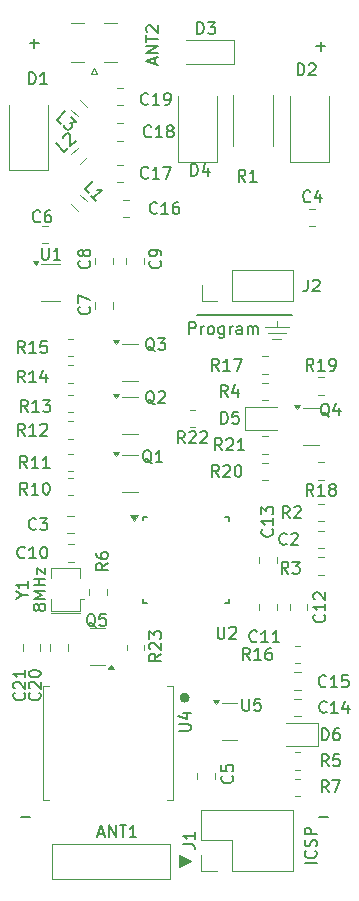
<source format=gbr>
%TF.GenerationSoftware,KiCad,Pcbnew,9.0.0*%
%TF.CreationDate,2025-06-23T21:15:42-05:00*%
%TF.ProjectId,ptSolar,7074536f-6c61-4722-9e6b-696361645f70,rev?*%
%TF.SameCoordinates,Original*%
%TF.FileFunction,Legend,Top*%
%TF.FilePolarity,Positive*%
%FSLAX46Y46*%
G04 Gerber Fmt 4.6, Leading zero omitted, Abs format (unit mm)*
G04 Created by KiCad (PCBNEW 9.0.0) date 2025-06-23 21:15:42*
%MOMM*%
%LPD*%
G01*
G04 APERTURE LIST*
%ADD10C,0.100000*%
%ADD11C,0.200000*%
%ADD12C,0.150000*%
%ADD13C,0.120000*%
%ADD14C,0.450000*%
G04 APERTURE END LIST*
D10*
X160000000Y-94750000D02*
X161500000Y-94750000D01*
X160750000Y-94250000D02*
X161750000Y-94250000D01*
D11*
X154000000Y-93250000D02*
X162000000Y-93250000D01*
D10*
X160750000Y-94250000D02*
X159750000Y-94250000D01*
X153500000Y-139500000D02*
X152500000Y-140000000D01*
X152500000Y-139000000D01*
X153500000Y-139500000D01*
G36*
X153500000Y-139500000D02*
G01*
X152500000Y-140000000D01*
X152500000Y-139000000D01*
X153500000Y-139500000D01*
G37*
X160375000Y-95250000D02*
X161125000Y-95250000D01*
X160750000Y-93750000D02*
X160750000Y-94250000D01*
D12*
X153336779Y-94869819D02*
X153336779Y-93869819D01*
X153336779Y-93869819D02*
X153717731Y-93869819D01*
X153717731Y-93869819D02*
X153812969Y-93917438D01*
X153812969Y-93917438D02*
X153860588Y-93965057D01*
X153860588Y-93965057D02*
X153908207Y-94060295D01*
X153908207Y-94060295D02*
X153908207Y-94203152D01*
X153908207Y-94203152D02*
X153860588Y-94298390D01*
X153860588Y-94298390D02*
X153812969Y-94346009D01*
X153812969Y-94346009D02*
X153717731Y-94393628D01*
X153717731Y-94393628D02*
X153336779Y-94393628D01*
X154336779Y-94869819D02*
X154336779Y-94203152D01*
X154336779Y-94393628D02*
X154384398Y-94298390D01*
X154384398Y-94298390D02*
X154432017Y-94250771D01*
X154432017Y-94250771D02*
X154527255Y-94203152D01*
X154527255Y-94203152D02*
X154622493Y-94203152D01*
X155098684Y-94869819D02*
X155003446Y-94822200D01*
X155003446Y-94822200D02*
X154955827Y-94774580D01*
X154955827Y-94774580D02*
X154908208Y-94679342D01*
X154908208Y-94679342D02*
X154908208Y-94393628D01*
X154908208Y-94393628D02*
X154955827Y-94298390D01*
X154955827Y-94298390D02*
X155003446Y-94250771D01*
X155003446Y-94250771D02*
X155098684Y-94203152D01*
X155098684Y-94203152D02*
X155241541Y-94203152D01*
X155241541Y-94203152D02*
X155336779Y-94250771D01*
X155336779Y-94250771D02*
X155384398Y-94298390D01*
X155384398Y-94298390D02*
X155432017Y-94393628D01*
X155432017Y-94393628D02*
X155432017Y-94679342D01*
X155432017Y-94679342D02*
X155384398Y-94774580D01*
X155384398Y-94774580D02*
X155336779Y-94822200D01*
X155336779Y-94822200D02*
X155241541Y-94869819D01*
X155241541Y-94869819D02*
X155098684Y-94869819D01*
X156289160Y-94203152D02*
X156289160Y-95012676D01*
X156289160Y-95012676D02*
X156241541Y-95107914D01*
X156241541Y-95107914D02*
X156193922Y-95155533D01*
X156193922Y-95155533D02*
X156098684Y-95203152D01*
X156098684Y-95203152D02*
X155955827Y-95203152D01*
X155955827Y-95203152D02*
X155860589Y-95155533D01*
X156289160Y-94822200D02*
X156193922Y-94869819D01*
X156193922Y-94869819D02*
X156003446Y-94869819D01*
X156003446Y-94869819D02*
X155908208Y-94822200D01*
X155908208Y-94822200D02*
X155860589Y-94774580D01*
X155860589Y-94774580D02*
X155812970Y-94679342D01*
X155812970Y-94679342D02*
X155812970Y-94393628D01*
X155812970Y-94393628D02*
X155860589Y-94298390D01*
X155860589Y-94298390D02*
X155908208Y-94250771D01*
X155908208Y-94250771D02*
X156003446Y-94203152D01*
X156003446Y-94203152D02*
X156193922Y-94203152D01*
X156193922Y-94203152D02*
X156289160Y-94250771D01*
X156765351Y-94869819D02*
X156765351Y-94203152D01*
X156765351Y-94393628D02*
X156812970Y-94298390D01*
X156812970Y-94298390D02*
X156860589Y-94250771D01*
X156860589Y-94250771D02*
X156955827Y-94203152D01*
X156955827Y-94203152D02*
X157051065Y-94203152D01*
X157812970Y-94869819D02*
X157812970Y-94346009D01*
X157812970Y-94346009D02*
X157765351Y-94250771D01*
X157765351Y-94250771D02*
X157670113Y-94203152D01*
X157670113Y-94203152D02*
X157479637Y-94203152D01*
X157479637Y-94203152D02*
X157384399Y-94250771D01*
X157812970Y-94822200D02*
X157717732Y-94869819D01*
X157717732Y-94869819D02*
X157479637Y-94869819D01*
X157479637Y-94869819D02*
X157384399Y-94822200D01*
X157384399Y-94822200D02*
X157336780Y-94726961D01*
X157336780Y-94726961D02*
X157336780Y-94631723D01*
X157336780Y-94631723D02*
X157384399Y-94536485D01*
X157384399Y-94536485D02*
X157479637Y-94488866D01*
X157479637Y-94488866D02*
X157717732Y-94488866D01*
X157717732Y-94488866D02*
X157812970Y-94441247D01*
X158289161Y-94869819D02*
X158289161Y-94203152D01*
X158289161Y-94298390D02*
X158336780Y-94250771D01*
X158336780Y-94250771D02*
X158432018Y-94203152D01*
X158432018Y-94203152D02*
X158574875Y-94203152D01*
X158574875Y-94203152D02*
X158670113Y-94250771D01*
X158670113Y-94250771D02*
X158717732Y-94346009D01*
X158717732Y-94346009D02*
X158717732Y-94869819D01*
X158717732Y-94346009D02*
X158765351Y-94250771D01*
X158765351Y-94250771D02*
X158860589Y-94203152D01*
X158860589Y-94203152D02*
X159003446Y-94203152D01*
X159003446Y-94203152D02*
X159098685Y-94250771D01*
X159098685Y-94250771D02*
X159146304Y-94346009D01*
X159146304Y-94346009D02*
X159146304Y-94869819D01*
X164119819Y-139663220D02*
X163119819Y-139663220D01*
X164024580Y-138615602D02*
X164072200Y-138663221D01*
X164072200Y-138663221D02*
X164119819Y-138806078D01*
X164119819Y-138806078D02*
X164119819Y-138901316D01*
X164119819Y-138901316D02*
X164072200Y-139044173D01*
X164072200Y-139044173D02*
X163976961Y-139139411D01*
X163976961Y-139139411D02*
X163881723Y-139187030D01*
X163881723Y-139187030D02*
X163691247Y-139234649D01*
X163691247Y-139234649D02*
X163548390Y-139234649D01*
X163548390Y-139234649D02*
X163357914Y-139187030D01*
X163357914Y-139187030D02*
X163262676Y-139139411D01*
X163262676Y-139139411D02*
X163167438Y-139044173D01*
X163167438Y-139044173D02*
X163119819Y-138901316D01*
X163119819Y-138901316D02*
X163119819Y-138806078D01*
X163119819Y-138806078D02*
X163167438Y-138663221D01*
X163167438Y-138663221D02*
X163215057Y-138615602D01*
X164072200Y-138234649D02*
X164119819Y-138091792D01*
X164119819Y-138091792D02*
X164119819Y-137853697D01*
X164119819Y-137853697D02*
X164072200Y-137758459D01*
X164072200Y-137758459D02*
X164024580Y-137710840D01*
X164024580Y-137710840D02*
X163929342Y-137663221D01*
X163929342Y-137663221D02*
X163834104Y-137663221D01*
X163834104Y-137663221D02*
X163738866Y-137710840D01*
X163738866Y-137710840D02*
X163691247Y-137758459D01*
X163691247Y-137758459D02*
X163643628Y-137853697D01*
X163643628Y-137853697D02*
X163596009Y-138044173D01*
X163596009Y-138044173D02*
X163548390Y-138139411D01*
X163548390Y-138139411D02*
X163500771Y-138187030D01*
X163500771Y-138187030D02*
X163405533Y-138234649D01*
X163405533Y-138234649D02*
X163310295Y-138234649D01*
X163310295Y-138234649D02*
X163215057Y-138187030D01*
X163215057Y-138187030D02*
X163167438Y-138139411D01*
X163167438Y-138139411D02*
X163119819Y-138044173D01*
X163119819Y-138044173D02*
X163119819Y-137806078D01*
X163119819Y-137806078D02*
X163167438Y-137663221D01*
X164119819Y-137234649D02*
X163119819Y-137234649D01*
X163119819Y-137234649D02*
X163119819Y-136853697D01*
X163119819Y-136853697D02*
X163167438Y-136758459D01*
X163167438Y-136758459D02*
X163215057Y-136710840D01*
X163215057Y-136710840D02*
X163310295Y-136663221D01*
X163310295Y-136663221D02*
X163453152Y-136663221D01*
X163453152Y-136663221D02*
X163548390Y-136710840D01*
X163548390Y-136710840D02*
X163596009Y-136758459D01*
X163596009Y-136758459D02*
X163643628Y-136853697D01*
X163643628Y-136853697D02*
X163643628Y-137234649D01*
X155857142Y-106954819D02*
X155523809Y-106478628D01*
X155285714Y-106954819D02*
X155285714Y-105954819D01*
X155285714Y-105954819D02*
X155666666Y-105954819D01*
X155666666Y-105954819D02*
X155761904Y-106002438D01*
X155761904Y-106002438D02*
X155809523Y-106050057D01*
X155809523Y-106050057D02*
X155857142Y-106145295D01*
X155857142Y-106145295D02*
X155857142Y-106288152D01*
X155857142Y-106288152D02*
X155809523Y-106383390D01*
X155809523Y-106383390D02*
X155761904Y-106431009D01*
X155761904Y-106431009D02*
X155666666Y-106478628D01*
X155666666Y-106478628D02*
X155285714Y-106478628D01*
X156238095Y-106050057D02*
X156285714Y-106002438D01*
X156285714Y-106002438D02*
X156380952Y-105954819D01*
X156380952Y-105954819D02*
X156619047Y-105954819D01*
X156619047Y-105954819D02*
X156714285Y-106002438D01*
X156714285Y-106002438D02*
X156761904Y-106050057D01*
X156761904Y-106050057D02*
X156809523Y-106145295D01*
X156809523Y-106145295D02*
X156809523Y-106240533D01*
X156809523Y-106240533D02*
X156761904Y-106383390D01*
X156761904Y-106383390D02*
X156190476Y-106954819D01*
X156190476Y-106954819D02*
X156809523Y-106954819D01*
X157428571Y-105954819D02*
X157523809Y-105954819D01*
X157523809Y-105954819D02*
X157619047Y-106002438D01*
X157619047Y-106002438D02*
X157666666Y-106050057D01*
X157666666Y-106050057D02*
X157714285Y-106145295D01*
X157714285Y-106145295D02*
X157761904Y-106335771D01*
X157761904Y-106335771D02*
X157761904Y-106573866D01*
X157761904Y-106573866D02*
X157714285Y-106764342D01*
X157714285Y-106764342D02*
X157666666Y-106859580D01*
X157666666Y-106859580D02*
X157619047Y-106907200D01*
X157619047Y-106907200D02*
X157523809Y-106954819D01*
X157523809Y-106954819D02*
X157428571Y-106954819D01*
X157428571Y-106954819D02*
X157333333Y-106907200D01*
X157333333Y-106907200D02*
X157285714Y-106859580D01*
X157285714Y-106859580D02*
X157238095Y-106764342D01*
X157238095Y-106764342D02*
X157190476Y-106573866D01*
X157190476Y-106573866D02*
X157190476Y-106335771D01*
X157190476Y-106335771D02*
X157238095Y-106145295D01*
X157238095Y-106145295D02*
X157285714Y-106050057D01*
X157285714Y-106050057D02*
X157333333Y-106002438D01*
X157333333Y-106002438D02*
X157428571Y-105954819D01*
X139086779Y-135738866D02*
X139848684Y-135738866D01*
X139836779Y-70238866D02*
X140598684Y-70238866D01*
X140217731Y-70619819D02*
X140217731Y-69857914D01*
X145630952Y-137169104D02*
X146107142Y-137169104D01*
X145535714Y-137454819D02*
X145869047Y-136454819D01*
X145869047Y-136454819D02*
X146202380Y-137454819D01*
X146535714Y-137454819D02*
X146535714Y-136454819D01*
X146535714Y-136454819D02*
X147107142Y-137454819D01*
X147107142Y-137454819D02*
X147107142Y-136454819D01*
X147440476Y-136454819D02*
X148011904Y-136454819D01*
X147726190Y-137454819D02*
X147726190Y-136454819D01*
X148869047Y-137454819D02*
X148297619Y-137454819D01*
X148583333Y-137454819D02*
X148583333Y-136454819D01*
X148583333Y-136454819D02*
X148488095Y-136597676D01*
X148488095Y-136597676D02*
X148392857Y-136692914D01*
X148392857Y-136692914D02*
X148297619Y-136740533D01*
X155857142Y-97954819D02*
X155523809Y-97478628D01*
X155285714Y-97954819D02*
X155285714Y-96954819D01*
X155285714Y-96954819D02*
X155666666Y-96954819D01*
X155666666Y-96954819D02*
X155761904Y-97002438D01*
X155761904Y-97002438D02*
X155809523Y-97050057D01*
X155809523Y-97050057D02*
X155857142Y-97145295D01*
X155857142Y-97145295D02*
X155857142Y-97288152D01*
X155857142Y-97288152D02*
X155809523Y-97383390D01*
X155809523Y-97383390D02*
X155761904Y-97431009D01*
X155761904Y-97431009D02*
X155666666Y-97478628D01*
X155666666Y-97478628D02*
X155285714Y-97478628D01*
X156809523Y-97954819D02*
X156238095Y-97954819D01*
X156523809Y-97954819D02*
X156523809Y-96954819D01*
X156523809Y-96954819D02*
X156428571Y-97097676D01*
X156428571Y-97097676D02*
X156333333Y-97192914D01*
X156333333Y-97192914D02*
X156238095Y-97240533D01*
X157142857Y-96954819D02*
X157809523Y-96954819D01*
X157809523Y-96954819D02*
X157380952Y-97954819D01*
X165133333Y-133654819D02*
X164800000Y-133178628D01*
X164561905Y-133654819D02*
X164561905Y-132654819D01*
X164561905Y-132654819D02*
X164942857Y-132654819D01*
X164942857Y-132654819D02*
X165038095Y-132702438D01*
X165038095Y-132702438D02*
X165085714Y-132750057D01*
X165085714Y-132750057D02*
X165133333Y-132845295D01*
X165133333Y-132845295D02*
X165133333Y-132988152D01*
X165133333Y-132988152D02*
X165085714Y-133083390D01*
X165085714Y-133083390D02*
X165038095Y-133131009D01*
X165038095Y-133131009D02*
X164942857Y-133178628D01*
X164942857Y-133178628D02*
X164561905Y-133178628D01*
X165466667Y-132654819D02*
X166133333Y-132654819D01*
X166133333Y-132654819D02*
X165704762Y-133654819D01*
X139405616Y-103456345D02*
X139072283Y-102980154D01*
X138834188Y-103456345D02*
X138834188Y-102456345D01*
X138834188Y-102456345D02*
X139215140Y-102456345D01*
X139215140Y-102456345D02*
X139310378Y-102503964D01*
X139310378Y-102503964D02*
X139357997Y-102551583D01*
X139357997Y-102551583D02*
X139405616Y-102646821D01*
X139405616Y-102646821D02*
X139405616Y-102789678D01*
X139405616Y-102789678D02*
X139357997Y-102884916D01*
X139357997Y-102884916D02*
X139310378Y-102932535D01*
X139310378Y-102932535D02*
X139215140Y-102980154D01*
X139215140Y-102980154D02*
X138834188Y-102980154D01*
X140357997Y-103456345D02*
X139786569Y-103456345D01*
X140072283Y-103456345D02*
X140072283Y-102456345D01*
X140072283Y-102456345D02*
X139977045Y-102599202D01*
X139977045Y-102599202D02*
X139881807Y-102694440D01*
X139881807Y-102694440D02*
X139786569Y-102742059D01*
X140738950Y-102551583D02*
X140786569Y-102503964D01*
X140786569Y-102503964D02*
X140881807Y-102456345D01*
X140881807Y-102456345D02*
X141119902Y-102456345D01*
X141119902Y-102456345D02*
X141215140Y-102503964D01*
X141215140Y-102503964D02*
X141262759Y-102551583D01*
X141262759Y-102551583D02*
X141310378Y-102646821D01*
X141310378Y-102646821D02*
X141310378Y-102742059D01*
X141310378Y-102742059D02*
X141262759Y-102884916D01*
X141262759Y-102884916D02*
X140691331Y-103456345D01*
X140691331Y-103456345D02*
X141310378Y-103456345D01*
X144859580Y-92566666D02*
X144907200Y-92614285D01*
X144907200Y-92614285D02*
X144954819Y-92757142D01*
X144954819Y-92757142D02*
X144954819Y-92852380D01*
X144954819Y-92852380D02*
X144907200Y-92995237D01*
X144907200Y-92995237D02*
X144811961Y-93090475D01*
X144811961Y-93090475D02*
X144716723Y-93138094D01*
X144716723Y-93138094D02*
X144526247Y-93185713D01*
X144526247Y-93185713D02*
X144383390Y-93185713D01*
X144383390Y-93185713D02*
X144192914Y-93138094D01*
X144192914Y-93138094D02*
X144097676Y-93090475D01*
X144097676Y-93090475D02*
X144002438Y-92995237D01*
X144002438Y-92995237D02*
X143954819Y-92852380D01*
X143954819Y-92852380D02*
X143954819Y-92757142D01*
X143954819Y-92757142D02*
X144002438Y-92614285D01*
X144002438Y-92614285D02*
X144050057Y-92566666D01*
X143954819Y-92233332D02*
X143954819Y-91566666D01*
X143954819Y-91566666D02*
X144954819Y-91995237D01*
X156031905Y-102454819D02*
X156031905Y-101454819D01*
X156031905Y-101454819D02*
X156270000Y-101454819D01*
X156270000Y-101454819D02*
X156412857Y-101502438D01*
X156412857Y-101502438D02*
X156508095Y-101597676D01*
X156508095Y-101597676D02*
X156555714Y-101692914D01*
X156555714Y-101692914D02*
X156603333Y-101883390D01*
X156603333Y-101883390D02*
X156603333Y-102026247D01*
X156603333Y-102026247D02*
X156555714Y-102216723D01*
X156555714Y-102216723D02*
X156508095Y-102311961D01*
X156508095Y-102311961D02*
X156412857Y-102407200D01*
X156412857Y-102407200D02*
X156270000Y-102454819D01*
X156270000Y-102454819D02*
X156031905Y-102454819D01*
X157508095Y-101454819D02*
X157031905Y-101454819D01*
X157031905Y-101454819D02*
X156984286Y-101931009D01*
X156984286Y-101931009D02*
X157031905Y-101883390D01*
X157031905Y-101883390D02*
X157127143Y-101835771D01*
X157127143Y-101835771D02*
X157365238Y-101835771D01*
X157365238Y-101835771D02*
X157460476Y-101883390D01*
X157460476Y-101883390D02*
X157508095Y-101931009D01*
X157508095Y-101931009D02*
X157555714Y-102026247D01*
X157555714Y-102026247D02*
X157555714Y-102264342D01*
X157555714Y-102264342D02*
X157508095Y-102359580D01*
X157508095Y-102359580D02*
X157460476Y-102407200D01*
X157460476Y-102407200D02*
X157365238Y-102454819D01*
X157365238Y-102454819D02*
X157127143Y-102454819D01*
X157127143Y-102454819D02*
X157031905Y-102407200D01*
X157031905Y-102407200D02*
X156984286Y-102359580D01*
X158083333Y-81954819D02*
X157750000Y-81478628D01*
X157511905Y-81954819D02*
X157511905Y-80954819D01*
X157511905Y-80954819D02*
X157892857Y-80954819D01*
X157892857Y-80954819D02*
X157988095Y-81002438D01*
X157988095Y-81002438D02*
X158035714Y-81050057D01*
X158035714Y-81050057D02*
X158083333Y-81145295D01*
X158083333Y-81145295D02*
X158083333Y-81288152D01*
X158083333Y-81288152D02*
X158035714Y-81383390D01*
X158035714Y-81383390D02*
X157988095Y-81431009D01*
X157988095Y-81431009D02*
X157892857Y-81478628D01*
X157892857Y-81478628D02*
X157511905Y-81478628D01*
X159035714Y-81954819D02*
X158464286Y-81954819D01*
X158750000Y-81954819D02*
X158750000Y-80954819D01*
X158750000Y-80954819D02*
X158654762Y-81097676D01*
X158654762Y-81097676D02*
X158559524Y-81192914D01*
X158559524Y-81192914D02*
X158464286Y-81240533D01*
X139607142Y-108454819D02*
X139273809Y-107978628D01*
X139035714Y-108454819D02*
X139035714Y-107454819D01*
X139035714Y-107454819D02*
X139416666Y-107454819D01*
X139416666Y-107454819D02*
X139511904Y-107502438D01*
X139511904Y-107502438D02*
X139559523Y-107550057D01*
X139559523Y-107550057D02*
X139607142Y-107645295D01*
X139607142Y-107645295D02*
X139607142Y-107788152D01*
X139607142Y-107788152D02*
X139559523Y-107883390D01*
X139559523Y-107883390D02*
X139511904Y-107931009D01*
X139511904Y-107931009D02*
X139416666Y-107978628D01*
X139416666Y-107978628D02*
X139035714Y-107978628D01*
X140559523Y-108454819D02*
X139988095Y-108454819D01*
X140273809Y-108454819D02*
X140273809Y-107454819D01*
X140273809Y-107454819D02*
X140178571Y-107597676D01*
X140178571Y-107597676D02*
X140083333Y-107692914D01*
X140083333Y-107692914D02*
X139988095Y-107740533D01*
X141178571Y-107454819D02*
X141273809Y-107454819D01*
X141273809Y-107454819D02*
X141369047Y-107502438D01*
X141369047Y-107502438D02*
X141416666Y-107550057D01*
X141416666Y-107550057D02*
X141464285Y-107645295D01*
X141464285Y-107645295D02*
X141511904Y-107835771D01*
X141511904Y-107835771D02*
X141511904Y-108073866D01*
X141511904Y-108073866D02*
X141464285Y-108264342D01*
X141464285Y-108264342D02*
X141416666Y-108359580D01*
X141416666Y-108359580D02*
X141369047Y-108407200D01*
X141369047Y-108407200D02*
X141273809Y-108454819D01*
X141273809Y-108454819D02*
X141178571Y-108454819D01*
X141178571Y-108454819D02*
X141083333Y-108407200D01*
X141083333Y-108407200D02*
X141035714Y-108359580D01*
X141035714Y-108359580D02*
X140988095Y-108264342D01*
X140988095Y-108264342D02*
X140940476Y-108073866D01*
X140940476Y-108073866D02*
X140940476Y-107835771D01*
X140940476Y-107835771D02*
X140988095Y-107645295D01*
X140988095Y-107645295D02*
X141035714Y-107550057D01*
X141035714Y-107550057D02*
X141083333Y-107502438D01*
X141083333Y-107502438D02*
X141178571Y-107454819D01*
X150607142Y-84609580D02*
X150559523Y-84657200D01*
X150559523Y-84657200D02*
X150416666Y-84704819D01*
X150416666Y-84704819D02*
X150321428Y-84704819D01*
X150321428Y-84704819D02*
X150178571Y-84657200D01*
X150178571Y-84657200D02*
X150083333Y-84561961D01*
X150083333Y-84561961D02*
X150035714Y-84466723D01*
X150035714Y-84466723D02*
X149988095Y-84276247D01*
X149988095Y-84276247D02*
X149988095Y-84133390D01*
X149988095Y-84133390D02*
X150035714Y-83942914D01*
X150035714Y-83942914D02*
X150083333Y-83847676D01*
X150083333Y-83847676D02*
X150178571Y-83752438D01*
X150178571Y-83752438D02*
X150321428Y-83704819D01*
X150321428Y-83704819D02*
X150416666Y-83704819D01*
X150416666Y-83704819D02*
X150559523Y-83752438D01*
X150559523Y-83752438D02*
X150607142Y-83800057D01*
X151559523Y-84704819D02*
X150988095Y-84704819D01*
X151273809Y-84704819D02*
X151273809Y-83704819D01*
X151273809Y-83704819D02*
X151178571Y-83847676D01*
X151178571Y-83847676D02*
X151083333Y-83942914D01*
X151083333Y-83942914D02*
X150988095Y-83990533D01*
X152416666Y-83704819D02*
X152226190Y-83704819D01*
X152226190Y-83704819D02*
X152130952Y-83752438D01*
X152130952Y-83752438D02*
X152083333Y-83800057D01*
X152083333Y-83800057D02*
X151988095Y-83942914D01*
X151988095Y-83942914D02*
X151940476Y-84133390D01*
X151940476Y-84133390D02*
X151940476Y-84514342D01*
X151940476Y-84514342D02*
X151988095Y-84609580D01*
X151988095Y-84609580D02*
X152035714Y-84657200D01*
X152035714Y-84657200D02*
X152130952Y-84704819D01*
X152130952Y-84704819D02*
X152321428Y-84704819D01*
X152321428Y-84704819D02*
X152416666Y-84657200D01*
X152416666Y-84657200D02*
X152464285Y-84609580D01*
X152464285Y-84609580D02*
X152511904Y-84514342D01*
X152511904Y-84514342D02*
X152511904Y-84276247D01*
X152511904Y-84276247D02*
X152464285Y-84181009D01*
X152464285Y-84181009D02*
X152416666Y-84133390D01*
X152416666Y-84133390D02*
X152321428Y-84085771D01*
X152321428Y-84085771D02*
X152130952Y-84085771D01*
X152130952Y-84085771D02*
X152035714Y-84133390D01*
X152035714Y-84133390D02*
X151988095Y-84181009D01*
X151988095Y-84181009D02*
X151940476Y-84276247D01*
X164967142Y-126859580D02*
X164919523Y-126907200D01*
X164919523Y-126907200D02*
X164776666Y-126954819D01*
X164776666Y-126954819D02*
X164681428Y-126954819D01*
X164681428Y-126954819D02*
X164538571Y-126907200D01*
X164538571Y-126907200D02*
X164443333Y-126811961D01*
X164443333Y-126811961D02*
X164395714Y-126716723D01*
X164395714Y-126716723D02*
X164348095Y-126526247D01*
X164348095Y-126526247D02*
X164348095Y-126383390D01*
X164348095Y-126383390D02*
X164395714Y-126192914D01*
X164395714Y-126192914D02*
X164443333Y-126097676D01*
X164443333Y-126097676D02*
X164538571Y-126002438D01*
X164538571Y-126002438D02*
X164681428Y-125954819D01*
X164681428Y-125954819D02*
X164776666Y-125954819D01*
X164776666Y-125954819D02*
X164919523Y-126002438D01*
X164919523Y-126002438D02*
X164967142Y-126050057D01*
X165919523Y-126954819D02*
X165348095Y-126954819D01*
X165633809Y-126954819D02*
X165633809Y-125954819D01*
X165633809Y-125954819D02*
X165538571Y-126097676D01*
X165538571Y-126097676D02*
X165443333Y-126192914D01*
X165443333Y-126192914D02*
X165348095Y-126240533D01*
X166776666Y-126288152D02*
X166776666Y-126954819D01*
X166538571Y-125907200D02*
X166300476Y-126621485D01*
X166300476Y-126621485D02*
X166919523Y-126621485D01*
X156107142Y-104704819D02*
X155773809Y-104228628D01*
X155535714Y-104704819D02*
X155535714Y-103704819D01*
X155535714Y-103704819D02*
X155916666Y-103704819D01*
X155916666Y-103704819D02*
X156011904Y-103752438D01*
X156011904Y-103752438D02*
X156059523Y-103800057D01*
X156059523Y-103800057D02*
X156107142Y-103895295D01*
X156107142Y-103895295D02*
X156107142Y-104038152D01*
X156107142Y-104038152D02*
X156059523Y-104133390D01*
X156059523Y-104133390D02*
X156011904Y-104181009D01*
X156011904Y-104181009D02*
X155916666Y-104228628D01*
X155916666Y-104228628D02*
X155535714Y-104228628D01*
X156488095Y-103800057D02*
X156535714Y-103752438D01*
X156535714Y-103752438D02*
X156630952Y-103704819D01*
X156630952Y-103704819D02*
X156869047Y-103704819D01*
X156869047Y-103704819D02*
X156964285Y-103752438D01*
X156964285Y-103752438D02*
X157011904Y-103800057D01*
X157011904Y-103800057D02*
X157059523Y-103895295D01*
X157059523Y-103895295D02*
X157059523Y-103990533D01*
X157059523Y-103990533D02*
X157011904Y-104133390D01*
X157011904Y-104133390D02*
X156440476Y-104704819D01*
X156440476Y-104704819D02*
X157059523Y-104704819D01*
X158011904Y-104704819D02*
X157440476Y-104704819D01*
X157726190Y-104704819D02*
X157726190Y-103704819D01*
X157726190Y-103704819D02*
X157630952Y-103847676D01*
X157630952Y-103847676D02*
X157535714Y-103942914D01*
X157535714Y-103942914D02*
X157440476Y-103990533D01*
X150404761Y-100800057D02*
X150309523Y-100752438D01*
X150309523Y-100752438D02*
X150214285Y-100657200D01*
X150214285Y-100657200D02*
X150071428Y-100514342D01*
X150071428Y-100514342D02*
X149976190Y-100466723D01*
X149976190Y-100466723D02*
X149880952Y-100466723D01*
X149928571Y-100704819D02*
X149833333Y-100657200D01*
X149833333Y-100657200D02*
X149738095Y-100561961D01*
X149738095Y-100561961D02*
X149690476Y-100371485D01*
X149690476Y-100371485D02*
X149690476Y-100038152D01*
X149690476Y-100038152D02*
X149738095Y-99847676D01*
X149738095Y-99847676D02*
X149833333Y-99752438D01*
X149833333Y-99752438D02*
X149928571Y-99704819D01*
X149928571Y-99704819D02*
X150119047Y-99704819D01*
X150119047Y-99704819D02*
X150214285Y-99752438D01*
X150214285Y-99752438D02*
X150309523Y-99847676D01*
X150309523Y-99847676D02*
X150357142Y-100038152D01*
X150357142Y-100038152D02*
X150357142Y-100371485D01*
X150357142Y-100371485D02*
X150309523Y-100561961D01*
X150309523Y-100561961D02*
X150214285Y-100657200D01*
X150214285Y-100657200D02*
X150119047Y-100704819D01*
X150119047Y-100704819D02*
X149928571Y-100704819D01*
X150738095Y-99800057D02*
X150785714Y-99752438D01*
X150785714Y-99752438D02*
X150880952Y-99704819D01*
X150880952Y-99704819D02*
X151119047Y-99704819D01*
X151119047Y-99704819D02*
X151214285Y-99752438D01*
X151214285Y-99752438D02*
X151261904Y-99800057D01*
X151261904Y-99800057D02*
X151309523Y-99895295D01*
X151309523Y-99895295D02*
X151309523Y-99990533D01*
X151309523Y-99990533D02*
X151261904Y-100133390D01*
X151261904Y-100133390D02*
X150690476Y-100704819D01*
X150690476Y-100704819D02*
X151309523Y-100704819D01*
X155738095Y-119654819D02*
X155738095Y-120464342D01*
X155738095Y-120464342D02*
X155785714Y-120559580D01*
X155785714Y-120559580D02*
X155833333Y-120607200D01*
X155833333Y-120607200D02*
X155928571Y-120654819D01*
X155928571Y-120654819D02*
X156119047Y-120654819D01*
X156119047Y-120654819D02*
X156214285Y-120607200D01*
X156214285Y-120607200D02*
X156261904Y-120559580D01*
X156261904Y-120559580D02*
X156309523Y-120464342D01*
X156309523Y-120464342D02*
X156309523Y-119654819D01*
X156738095Y-119750057D02*
X156785714Y-119702438D01*
X156785714Y-119702438D02*
X156880952Y-119654819D01*
X156880952Y-119654819D02*
X157119047Y-119654819D01*
X157119047Y-119654819D02*
X157214285Y-119702438D01*
X157214285Y-119702438D02*
X157261904Y-119750057D01*
X157261904Y-119750057D02*
X157309523Y-119845295D01*
X157309523Y-119845295D02*
X157309523Y-119940533D01*
X157309523Y-119940533D02*
X157261904Y-120083390D01*
X157261904Y-120083390D02*
X156690476Y-120654819D01*
X156690476Y-120654819D02*
X157309523Y-120654819D01*
X139607142Y-106204819D02*
X139273809Y-105728628D01*
X139035714Y-106204819D02*
X139035714Y-105204819D01*
X139035714Y-105204819D02*
X139416666Y-105204819D01*
X139416666Y-105204819D02*
X139511904Y-105252438D01*
X139511904Y-105252438D02*
X139559523Y-105300057D01*
X139559523Y-105300057D02*
X139607142Y-105395295D01*
X139607142Y-105395295D02*
X139607142Y-105538152D01*
X139607142Y-105538152D02*
X139559523Y-105633390D01*
X139559523Y-105633390D02*
X139511904Y-105681009D01*
X139511904Y-105681009D02*
X139416666Y-105728628D01*
X139416666Y-105728628D02*
X139035714Y-105728628D01*
X140559523Y-106204819D02*
X139988095Y-106204819D01*
X140273809Y-106204819D02*
X140273809Y-105204819D01*
X140273809Y-105204819D02*
X140178571Y-105347676D01*
X140178571Y-105347676D02*
X140083333Y-105442914D01*
X140083333Y-105442914D02*
X139988095Y-105490533D01*
X141511904Y-106204819D02*
X140940476Y-106204819D01*
X141226190Y-106204819D02*
X141226190Y-105204819D01*
X141226190Y-105204819D02*
X141130952Y-105347676D01*
X141130952Y-105347676D02*
X141035714Y-105442914D01*
X141035714Y-105442914D02*
X140940476Y-105490533D01*
X140863095Y-87554819D02*
X140863095Y-88364342D01*
X140863095Y-88364342D02*
X140910714Y-88459580D01*
X140910714Y-88459580D02*
X140958333Y-88507200D01*
X140958333Y-88507200D02*
X141053571Y-88554819D01*
X141053571Y-88554819D02*
X141244047Y-88554819D01*
X141244047Y-88554819D02*
X141339285Y-88507200D01*
X141339285Y-88507200D02*
X141386904Y-88459580D01*
X141386904Y-88459580D02*
X141434523Y-88364342D01*
X141434523Y-88364342D02*
X141434523Y-87554819D01*
X142434523Y-88554819D02*
X141863095Y-88554819D01*
X142148809Y-88554819D02*
X142148809Y-87554819D01*
X142148809Y-87554819D02*
X142053571Y-87697676D01*
X142053571Y-87697676D02*
X141958333Y-87792914D01*
X141958333Y-87792914D02*
X141863095Y-87840533D01*
X161583333Y-112609580D02*
X161535714Y-112657200D01*
X161535714Y-112657200D02*
X161392857Y-112704819D01*
X161392857Y-112704819D02*
X161297619Y-112704819D01*
X161297619Y-112704819D02*
X161154762Y-112657200D01*
X161154762Y-112657200D02*
X161059524Y-112561961D01*
X161059524Y-112561961D02*
X161011905Y-112466723D01*
X161011905Y-112466723D02*
X160964286Y-112276247D01*
X160964286Y-112276247D02*
X160964286Y-112133390D01*
X160964286Y-112133390D02*
X161011905Y-111942914D01*
X161011905Y-111942914D02*
X161059524Y-111847676D01*
X161059524Y-111847676D02*
X161154762Y-111752438D01*
X161154762Y-111752438D02*
X161297619Y-111704819D01*
X161297619Y-111704819D02*
X161392857Y-111704819D01*
X161392857Y-111704819D02*
X161535714Y-111752438D01*
X161535714Y-111752438D02*
X161583333Y-111800057D01*
X161964286Y-111800057D02*
X162011905Y-111752438D01*
X162011905Y-111752438D02*
X162107143Y-111704819D01*
X162107143Y-111704819D02*
X162345238Y-111704819D01*
X162345238Y-111704819D02*
X162440476Y-111752438D01*
X162440476Y-111752438D02*
X162488095Y-111800057D01*
X162488095Y-111800057D02*
X162535714Y-111895295D01*
X162535714Y-111895295D02*
X162535714Y-111990533D01*
X162535714Y-111990533D02*
X162488095Y-112133390D01*
X162488095Y-112133390D02*
X161916667Y-112704819D01*
X161916667Y-112704819D02*
X162535714Y-112704819D01*
X159057142Y-120859580D02*
X159009523Y-120907200D01*
X159009523Y-120907200D02*
X158866666Y-120954819D01*
X158866666Y-120954819D02*
X158771428Y-120954819D01*
X158771428Y-120954819D02*
X158628571Y-120907200D01*
X158628571Y-120907200D02*
X158533333Y-120811961D01*
X158533333Y-120811961D02*
X158485714Y-120716723D01*
X158485714Y-120716723D02*
X158438095Y-120526247D01*
X158438095Y-120526247D02*
X158438095Y-120383390D01*
X158438095Y-120383390D02*
X158485714Y-120192914D01*
X158485714Y-120192914D02*
X158533333Y-120097676D01*
X158533333Y-120097676D02*
X158628571Y-120002438D01*
X158628571Y-120002438D02*
X158771428Y-119954819D01*
X158771428Y-119954819D02*
X158866666Y-119954819D01*
X158866666Y-119954819D02*
X159009523Y-120002438D01*
X159009523Y-120002438D02*
X159057142Y-120050057D01*
X160009523Y-120954819D02*
X159438095Y-120954819D01*
X159723809Y-120954819D02*
X159723809Y-119954819D01*
X159723809Y-119954819D02*
X159628571Y-120097676D01*
X159628571Y-120097676D02*
X159533333Y-120192914D01*
X159533333Y-120192914D02*
X159438095Y-120240533D01*
X160961904Y-120954819D02*
X160390476Y-120954819D01*
X160676190Y-120954819D02*
X160676190Y-119954819D01*
X160676190Y-119954819D02*
X160580952Y-120097676D01*
X160580952Y-120097676D02*
X160485714Y-120192914D01*
X160485714Y-120192914D02*
X160390476Y-120240533D01*
X152957142Y-104104819D02*
X152623809Y-103628628D01*
X152385714Y-104104819D02*
X152385714Y-103104819D01*
X152385714Y-103104819D02*
X152766666Y-103104819D01*
X152766666Y-103104819D02*
X152861904Y-103152438D01*
X152861904Y-103152438D02*
X152909523Y-103200057D01*
X152909523Y-103200057D02*
X152957142Y-103295295D01*
X152957142Y-103295295D02*
X152957142Y-103438152D01*
X152957142Y-103438152D02*
X152909523Y-103533390D01*
X152909523Y-103533390D02*
X152861904Y-103581009D01*
X152861904Y-103581009D02*
X152766666Y-103628628D01*
X152766666Y-103628628D02*
X152385714Y-103628628D01*
X153338095Y-103200057D02*
X153385714Y-103152438D01*
X153385714Y-103152438D02*
X153480952Y-103104819D01*
X153480952Y-103104819D02*
X153719047Y-103104819D01*
X153719047Y-103104819D02*
X153814285Y-103152438D01*
X153814285Y-103152438D02*
X153861904Y-103200057D01*
X153861904Y-103200057D02*
X153909523Y-103295295D01*
X153909523Y-103295295D02*
X153909523Y-103390533D01*
X153909523Y-103390533D02*
X153861904Y-103533390D01*
X153861904Y-103533390D02*
X153290476Y-104104819D01*
X153290476Y-104104819D02*
X153909523Y-104104819D01*
X154290476Y-103200057D02*
X154338095Y-103152438D01*
X154338095Y-103152438D02*
X154433333Y-103104819D01*
X154433333Y-103104819D02*
X154671428Y-103104819D01*
X154671428Y-103104819D02*
X154766666Y-103152438D01*
X154766666Y-103152438D02*
X154814285Y-103200057D01*
X154814285Y-103200057D02*
X154861904Y-103295295D01*
X154861904Y-103295295D02*
X154861904Y-103390533D01*
X154861904Y-103390533D02*
X154814285Y-103533390D01*
X154814285Y-103533390D02*
X154242857Y-104104819D01*
X154242857Y-104104819D02*
X154861904Y-104104819D01*
X164759580Y-118642857D02*
X164807200Y-118690476D01*
X164807200Y-118690476D02*
X164854819Y-118833333D01*
X164854819Y-118833333D02*
X164854819Y-118928571D01*
X164854819Y-118928571D02*
X164807200Y-119071428D01*
X164807200Y-119071428D02*
X164711961Y-119166666D01*
X164711961Y-119166666D02*
X164616723Y-119214285D01*
X164616723Y-119214285D02*
X164426247Y-119261904D01*
X164426247Y-119261904D02*
X164283390Y-119261904D01*
X164283390Y-119261904D02*
X164092914Y-119214285D01*
X164092914Y-119214285D02*
X163997676Y-119166666D01*
X163997676Y-119166666D02*
X163902438Y-119071428D01*
X163902438Y-119071428D02*
X163854819Y-118928571D01*
X163854819Y-118928571D02*
X163854819Y-118833333D01*
X163854819Y-118833333D02*
X163902438Y-118690476D01*
X163902438Y-118690476D02*
X163950057Y-118642857D01*
X164854819Y-117690476D02*
X164854819Y-118261904D01*
X164854819Y-117976190D02*
X163854819Y-117976190D01*
X163854819Y-117976190D02*
X163997676Y-118071428D01*
X163997676Y-118071428D02*
X164092914Y-118166666D01*
X164092914Y-118166666D02*
X164140533Y-118261904D01*
X163950057Y-117309523D02*
X163902438Y-117261904D01*
X163902438Y-117261904D02*
X163854819Y-117166666D01*
X163854819Y-117166666D02*
X163854819Y-116928571D01*
X163854819Y-116928571D02*
X163902438Y-116833333D01*
X163902438Y-116833333D02*
X163950057Y-116785714D01*
X163950057Y-116785714D02*
X164045295Y-116738095D01*
X164045295Y-116738095D02*
X164140533Y-116738095D01*
X164140533Y-116738095D02*
X164283390Y-116785714D01*
X164283390Y-116785714D02*
X164854819Y-117357142D01*
X164854819Y-117357142D02*
X164854819Y-116738095D01*
X154011905Y-69454819D02*
X154011905Y-68454819D01*
X154011905Y-68454819D02*
X154250000Y-68454819D01*
X154250000Y-68454819D02*
X154392857Y-68502438D01*
X154392857Y-68502438D02*
X154488095Y-68597676D01*
X154488095Y-68597676D02*
X154535714Y-68692914D01*
X154535714Y-68692914D02*
X154583333Y-68883390D01*
X154583333Y-68883390D02*
X154583333Y-69026247D01*
X154583333Y-69026247D02*
X154535714Y-69216723D01*
X154535714Y-69216723D02*
X154488095Y-69311961D01*
X154488095Y-69311961D02*
X154392857Y-69407200D01*
X154392857Y-69407200D02*
X154250000Y-69454819D01*
X154250000Y-69454819D02*
X154011905Y-69454819D01*
X154916667Y-68454819D02*
X155535714Y-68454819D01*
X155535714Y-68454819D02*
X155202381Y-68835771D01*
X155202381Y-68835771D02*
X155345238Y-68835771D01*
X155345238Y-68835771D02*
X155440476Y-68883390D01*
X155440476Y-68883390D02*
X155488095Y-68931009D01*
X155488095Y-68931009D02*
X155535714Y-69026247D01*
X155535714Y-69026247D02*
X155535714Y-69264342D01*
X155535714Y-69264342D02*
X155488095Y-69359580D01*
X155488095Y-69359580D02*
X155440476Y-69407200D01*
X155440476Y-69407200D02*
X155345238Y-69454819D01*
X155345238Y-69454819D02*
X155059524Y-69454819D01*
X155059524Y-69454819D02*
X154964286Y-69407200D01*
X154964286Y-69407200D02*
X154916667Y-69359580D01*
X157838095Y-125754819D02*
X157838095Y-126564342D01*
X157838095Y-126564342D02*
X157885714Y-126659580D01*
X157885714Y-126659580D02*
X157933333Y-126707200D01*
X157933333Y-126707200D02*
X158028571Y-126754819D01*
X158028571Y-126754819D02*
X158219047Y-126754819D01*
X158219047Y-126754819D02*
X158314285Y-126707200D01*
X158314285Y-126707200D02*
X158361904Y-126659580D01*
X158361904Y-126659580D02*
X158409523Y-126564342D01*
X158409523Y-126564342D02*
X158409523Y-125754819D01*
X159361904Y-125754819D02*
X158885714Y-125754819D01*
X158885714Y-125754819D02*
X158838095Y-126231009D01*
X158838095Y-126231009D02*
X158885714Y-126183390D01*
X158885714Y-126183390D02*
X158980952Y-126135771D01*
X158980952Y-126135771D02*
X159219047Y-126135771D01*
X159219047Y-126135771D02*
X159314285Y-126183390D01*
X159314285Y-126183390D02*
X159361904Y-126231009D01*
X159361904Y-126231009D02*
X159409523Y-126326247D01*
X159409523Y-126326247D02*
X159409523Y-126564342D01*
X159409523Y-126564342D02*
X159361904Y-126659580D01*
X159361904Y-126659580D02*
X159314285Y-126707200D01*
X159314285Y-126707200D02*
X159219047Y-126754819D01*
X159219047Y-126754819D02*
X158980952Y-126754819D01*
X158980952Y-126754819D02*
X158885714Y-126707200D01*
X158885714Y-126707200D02*
X158838095Y-126659580D01*
X156959580Y-132266666D02*
X157007200Y-132314285D01*
X157007200Y-132314285D02*
X157054819Y-132457142D01*
X157054819Y-132457142D02*
X157054819Y-132552380D01*
X157054819Y-132552380D02*
X157007200Y-132695237D01*
X157007200Y-132695237D02*
X156911961Y-132790475D01*
X156911961Y-132790475D02*
X156816723Y-132838094D01*
X156816723Y-132838094D02*
X156626247Y-132885713D01*
X156626247Y-132885713D02*
X156483390Y-132885713D01*
X156483390Y-132885713D02*
X156292914Y-132838094D01*
X156292914Y-132838094D02*
X156197676Y-132790475D01*
X156197676Y-132790475D02*
X156102438Y-132695237D01*
X156102438Y-132695237D02*
X156054819Y-132552380D01*
X156054819Y-132552380D02*
X156054819Y-132457142D01*
X156054819Y-132457142D02*
X156102438Y-132314285D01*
X156102438Y-132314285D02*
X156150057Y-132266666D01*
X156054819Y-131361904D02*
X156054819Y-131838094D01*
X156054819Y-131838094D02*
X156531009Y-131885713D01*
X156531009Y-131885713D02*
X156483390Y-131838094D01*
X156483390Y-131838094D02*
X156435771Y-131742856D01*
X156435771Y-131742856D02*
X156435771Y-131504761D01*
X156435771Y-131504761D02*
X156483390Y-131409523D01*
X156483390Y-131409523D02*
X156531009Y-131361904D01*
X156531009Y-131361904D02*
X156626247Y-131314285D01*
X156626247Y-131314285D02*
X156864342Y-131314285D01*
X156864342Y-131314285D02*
X156959580Y-131361904D01*
X156959580Y-131361904D02*
X157007200Y-131409523D01*
X157007200Y-131409523D02*
X157054819Y-131504761D01*
X157054819Y-131504761D02*
X157054819Y-131742856D01*
X157054819Y-131742856D02*
X157007200Y-131838094D01*
X157007200Y-131838094D02*
X156959580Y-131885713D01*
X145404761Y-119650057D02*
X145309523Y-119602438D01*
X145309523Y-119602438D02*
X145214285Y-119507200D01*
X145214285Y-119507200D02*
X145071428Y-119364342D01*
X145071428Y-119364342D02*
X144976190Y-119316723D01*
X144976190Y-119316723D02*
X144880952Y-119316723D01*
X144928571Y-119554819D02*
X144833333Y-119507200D01*
X144833333Y-119507200D02*
X144738095Y-119411961D01*
X144738095Y-119411961D02*
X144690476Y-119221485D01*
X144690476Y-119221485D02*
X144690476Y-118888152D01*
X144690476Y-118888152D02*
X144738095Y-118697676D01*
X144738095Y-118697676D02*
X144833333Y-118602438D01*
X144833333Y-118602438D02*
X144928571Y-118554819D01*
X144928571Y-118554819D02*
X145119047Y-118554819D01*
X145119047Y-118554819D02*
X145214285Y-118602438D01*
X145214285Y-118602438D02*
X145309523Y-118697676D01*
X145309523Y-118697676D02*
X145357142Y-118888152D01*
X145357142Y-118888152D02*
X145357142Y-119221485D01*
X145357142Y-119221485D02*
X145309523Y-119411961D01*
X145309523Y-119411961D02*
X145214285Y-119507200D01*
X145214285Y-119507200D02*
X145119047Y-119554819D01*
X145119047Y-119554819D02*
X144928571Y-119554819D01*
X146261904Y-118554819D02*
X145785714Y-118554819D01*
X145785714Y-118554819D02*
X145738095Y-119031009D01*
X145738095Y-119031009D02*
X145785714Y-118983390D01*
X145785714Y-118983390D02*
X145880952Y-118935771D01*
X145880952Y-118935771D02*
X146119047Y-118935771D01*
X146119047Y-118935771D02*
X146214285Y-118983390D01*
X146214285Y-118983390D02*
X146261904Y-119031009D01*
X146261904Y-119031009D02*
X146309523Y-119126247D01*
X146309523Y-119126247D02*
X146309523Y-119364342D01*
X146309523Y-119364342D02*
X146261904Y-119459580D01*
X146261904Y-119459580D02*
X146214285Y-119507200D01*
X146214285Y-119507200D02*
X146119047Y-119554819D01*
X146119047Y-119554819D02*
X145880952Y-119554819D01*
X145880952Y-119554819D02*
X145785714Y-119507200D01*
X145785714Y-119507200D02*
X145738095Y-119459580D01*
X139407142Y-113759580D02*
X139359523Y-113807200D01*
X139359523Y-113807200D02*
X139216666Y-113854819D01*
X139216666Y-113854819D02*
X139121428Y-113854819D01*
X139121428Y-113854819D02*
X138978571Y-113807200D01*
X138978571Y-113807200D02*
X138883333Y-113711961D01*
X138883333Y-113711961D02*
X138835714Y-113616723D01*
X138835714Y-113616723D02*
X138788095Y-113426247D01*
X138788095Y-113426247D02*
X138788095Y-113283390D01*
X138788095Y-113283390D02*
X138835714Y-113092914D01*
X138835714Y-113092914D02*
X138883333Y-112997676D01*
X138883333Y-112997676D02*
X138978571Y-112902438D01*
X138978571Y-112902438D02*
X139121428Y-112854819D01*
X139121428Y-112854819D02*
X139216666Y-112854819D01*
X139216666Y-112854819D02*
X139359523Y-112902438D01*
X139359523Y-112902438D02*
X139407142Y-112950057D01*
X140359523Y-113854819D02*
X139788095Y-113854819D01*
X140073809Y-113854819D02*
X140073809Y-112854819D01*
X140073809Y-112854819D02*
X139978571Y-112997676D01*
X139978571Y-112997676D02*
X139883333Y-113092914D01*
X139883333Y-113092914D02*
X139788095Y-113140533D01*
X140978571Y-112854819D02*
X141073809Y-112854819D01*
X141073809Y-112854819D02*
X141169047Y-112902438D01*
X141169047Y-112902438D02*
X141216666Y-112950057D01*
X141216666Y-112950057D02*
X141264285Y-113045295D01*
X141264285Y-113045295D02*
X141311904Y-113235771D01*
X141311904Y-113235771D02*
X141311904Y-113473866D01*
X141311904Y-113473866D02*
X141264285Y-113664342D01*
X141264285Y-113664342D02*
X141216666Y-113759580D01*
X141216666Y-113759580D02*
X141169047Y-113807200D01*
X141169047Y-113807200D02*
X141073809Y-113854819D01*
X141073809Y-113854819D02*
X140978571Y-113854819D01*
X140978571Y-113854819D02*
X140883333Y-113807200D01*
X140883333Y-113807200D02*
X140835714Y-113759580D01*
X140835714Y-113759580D02*
X140788095Y-113664342D01*
X140788095Y-113664342D02*
X140740476Y-113473866D01*
X140740476Y-113473866D02*
X140740476Y-113235771D01*
X140740476Y-113235771D02*
X140788095Y-113045295D01*
X140788095Y-113045295D02*
X140835714Y-112950057D01*
X140835714Y-112950057D02*
X140883333Y-112902438D01*
X140883333Y-112902438D02*
X140978571Y-112854819D01*
X161833333Y-110454819D02*
X161500000Y-109978628D01*
X161261905Y-110454819D02*
X161261905Y-109454819D01*
X161261905Y-109454819D02*
X161642857Y-109454819D01*
X161642857Y-109454819D02*
X161738095Y-109502438D01*
X161738095Y-109502438D02*
X161785714Y-109550057D01*
X161785714Y-109550057D02*
X161833333Y-109645295D01*
X161833333Y-109645295D02*
X161833333Y-109788152D01*
X161833333Y-109788152D02*
X161785714Y-109883390D01*
X161785714Y-109883390D02*
X161738095Y-109931009D01*
X161738095Y-109931009D02*
X161642857Y-109978628D01*
X161642857Y-109978628D02*
X161261905Y-109978628D01*
X162214286Y-109550057D02*
X162261905Y-109502438D01*
X162261905Y-109502438D02*
X162357143Y-109454819D01*
X162357143Y-109454819D02*
X162595238Y-109454819D01*
X162595238Y-109454819D02*
X162690476Y-109502438D01*
X162690476Y-109502438D02*
X162738095Y-109550057D01*
X162738095Y-109550057D02*
X162785714Y-109645295D01*
X162785714Y-109645295D02*
X162785714Y-109740533D01*
X162785714Y-109740533D02*
X162738095Y-109883390D01*
X162738095Y-109883390D02*
X162166667Y-110454819D01*
X162166667Y-110454819D02*
X162785714Y-110454819D01*
X144859580Y-88666666D02*
X144907200Y-88714285D01*
X144907200Y-88714285D02*
X144954819Y-88857142D01*
X144954819Y-88857142D02*
X144954819Y-88952380D01*
X144954819Y-88952380D02*
X144907200Y-89095237D01*
X144907200Y-89095237D02*
X144811961Y-89190475D01*
X144811961Y-89190475D02*
X144716723Y-89238094D01*
X144716723Y-89238094D02*
X144526247Y-89285713D01*
X144526247Y-89285713D02*
X144383390Y-89285713D01*
X144383390Y-89285713D02*
X144192914Y-89238094D01*
X144192914Y-89238094D02*
X144097676Y-89190475D01*
X144097676Y-89190475D02*
X144002438Y-89095237D01*
X144002438Y-89095237D02*
X143954819Y-88952380D01*
X143954819Y-88952380D02*
X143954819Y-88857142D01*
X143954819Y-88857142D02*
X144002438Y-88714285D01*
X144002438Y-88714285D02*
X144050057Y-88666666D01*
X144383390Y-88095237D02*
X144335771Y-88190475D01*
X144335771Y-88190475D02*
X144288152Y-88238094D01*
X144288152Y-88238094D02*
X144192914Y-88285713D01*
X144192914Y-88285713D02*
X144145295Y-88285713D01*
X144145295Y-88285713D02*
X144050057Y-88238094D01*
X144050057Y-88238094D02*
X144002438Y-88190475D01*
X144002438Y-88190475D02*
X143954819Y-88095237D01*
X143954819Y-88095237D02*
X143954819Y-87904761D01*
X143954819Y-87904761D02*
X144002438Y-87809523D01*
X144002438Y-87809523D02*
X144050057Y-87761904D01*
X144050057Y-87761904D02*
X144145295Y-87714285D01*
X144145295Y-87714285D02*
X144192914Y-87714285D01*
X144192914Y-87714285D02*
X144288152Y-87761904D01*
X144288152Y-87761904D02*
X144335771Y-87809523D01*
X144335771Y-87809523D02*
X144383390Y-87904761D01*
X144383390Y-87904761D02*
X144383390Y-88095237D01*
X144383390Y-88095237D02*
X144431009Y-88190475D01*
X144431009Y-88190475D02*
X144478628Y-88238094D01*
X144478628Y-88238094D02*
X144573866Y-88285713D01*
X144573866Y-88285713D02*
X144764342Y-88285713D01*
X144764342Y-88285713D02*
X144859580Y-88238094D01*
X144859580Y-88238094D02*
X144907200Y-88190475D01*
X144907200Y-88190475D02*
X144954819Y-88095237D01*
X144954819Y-88095237D02*
X144954819Y-87904761D01*
X144954819Y-87904761D02*
X144907200Y-87809523D01*
X144907200Y-87809523D02*
X144859580Y-87761904D01*
X144859580Y-87761904D02*
X144764342Y-87714285D01*
X144764342Y-87714285D02*
X144573866Y-87714285D01*
X144573866Y-87714285D02*
X144478628Y-87761904D01*
X144478628Y-87761904D02*
X144431009Y-87809523D01*
X144431009Y-87809523D02*
X144383390Y-87904761D01*
X152454819Y-128461904D02*
X153264342Y-128461904D01*
X153264342Y-128461904D02*
X153359580Y-128414285D01*
X153359580Y-128414285D02*
X153407200Y-128366666D01*
X153407200Y-128366666D02*
X153454819Y-128271428D01*
X153454819Y-128271428D02*
X153454819Y-128080952D01*
X153454819Y-128080952D02*
X153407200Y-127985714D01*
X153407200Y-127985714D02*
X153359580Y-127938095D01*
X153359580Y-127938095D02*
X153264342Y-127890476D01*
X153264342Y-127890476D02*
X152454819Y-127890476D01*
X152788152Y-126985714D02*
X153454819Y-126985714D01*
X152407200Y-127223809D02*
X153121485Y-127461904D01*
X153121485Y-127461904D02*
X153121485Y-126842857D01*
X143107738Y-79093440D02*
X142771021Y-79430158D01*
X142771021Y-79430158D02*
X142063914Y-78723051D01*
X142670006Y-78251646D02*
X142670006Y-78184303D01*
X142670006Y-78184303D02*
X142703677Y-78083287D01*
X142703677Y-78083287D02*
X142872036Y-77914929D01*
X142872036Y-77914929D02*
X142973051Y-77881257D01*
X142973051Y-77881257D02*
X143040395Y-77881257D01*
X143040395Y-77881257D02*
X143141410Y-77914929D01*
X143141410Y-77914929D02*
X143208754Y-77982272D01*
X143208754Y-77982272D02*
X143276097Y-78116959D01*
X143276097Y-78116959D02*
X143276097Y-78925081D01*
X143276097Y-78925081D02*
X143713830Y-78487348D01*
X164086779Y-70488866D02*
X164848684Y-70488866D01*
X164467731Y-70869819D02*
X164467731Y-70107914D01*
X164336779Y-135738866D02*
X165098684Y-135738866D01*
X150954819Y-121942857D02*
X150478628Y-122276190D01*
X150954819Y-122514285D02*
X149954819Y-122514285D01*
X149954819Y-122514285D02*
X149954819Y-122133333D01*
X149954819Y-122133333D02*
X150002438Y-122038095D01*
X150002438Y-122038095D02*
X150050057Y-121990476D01*
X150050057Y-121990476D02*
X150145295Y-121942857D01*
X150145295Y-121942857D02*
X150288152Y-121942857D01*
X150288152Y-121942857D02*
X150383390Y-121990476D01*
X150383390Y-121990476D02*
X150431009Y-122038095D01*
X150431009Y-122038095D02*
X150478628Y-122133333D01*
X150478628Y-122133333D02*
X150478628Y-122514285D01*
X150050057Y-121561904D02*
X150002438Y-121514285D01*
X150002438Y-121514285D02*
X149954819Y-121419047D01*
X149954819Y-121419047D02*
X149954819Y-121180952D01*
X149954819Y-121180952D02*
X150002438Y-121085714D01*
X150002438Y-121085714D02*
X150050057Y-121038095D01*
X150050057Y-121038095D02*
X150145295Y-120990476D01*
X150145295Y-120990476D02*
X150240533Y-120990476D01*
X150240533Y-120990476D02*
X150383390Y-121038095D01*
X150383390Y-121038095D02*
X150954819Y-121609523D01*
X150954819Y-121609523D02*
X150954819Y-120990476D01*
X149954819Y-120657142D02*
X149954819Y-120038095D01*
X149954819Y-120038095D02*
X150335771Y-120371428D01*
X150335771Y-120371428D02*
X150335771Y-120228571D01*
X150335771Y-120228571D02*
X150383390Y-120133333D01*
X150383390Y-120133333D02*
X150431009Y-120085714D01*
X150431009Y-120085714D02*
X150526247Y-120038095D01*
X150526247Y-120038095D02*
X150764342Y-120038095D01*
X150764342Y-120038095D02*
X150859580Y-120085714D01*
X150859580Y-120085714D02*
X150907200Y-120133333D01*
X150907200Y-120133333D02*
X150954819Y-120228571D01*
X150954819Y-120228571D02*
X150954819Y-120514285D01*
X150954819Y-120514285D02*
X150907200Y-120609523D01*
X150907200Y-120609523D02*
X150859580Y-120657142D01*
X150107142Y-78109580D02*
X150059523Y-78157200D01*
X150059523Y-78157200D02*
X149916666Y-78204819D01*
X149916666Y-78204819D02*
X149821428Y-78204819D01*
X149821428Y-78204819D02*
X149678571Y-78157200D01*
X149678571Y-78157200D02*
X149583333Y-78061961D01*
X149583333Y-78061961D02*
X149535714Y-77966723D01*
X149535714Y-77966723D02*
X149488095Y-77776247D01*
X149488095Y-77776247D02*
X149488095Y-77633390D01*
X149488095Y-77633390D02*
X149535714Y-77442914D01*
X149535714Y-77442914D02*
X149583333Y-77347676D01*
X149583333Y-77347676D02*
X149678571Y-77252438D01*
X149678571Y-77252438D02*
X149821428Y-77204819D01*
X149821428Y-77204819D02*
X149916666Y-77204819D01*
X149916666Y-77204819D02*
X150059523Y-77252438D01*
X150059523Y-77252438D02*
X150107142Y-77300057D01*
X151059523Y-78204819D02*
X150488095Y-78204819D01*
X150773809Y-78204819D02*
X150773809Y-77204819D01*
X150773809Y-77204819D02*
X150678571Y-77347676D01*
X150678571Y-77347676D02*
X150583333Y-77442914D01*
X150583333Y-77442914D02*
X150488095Y-77490533D01*
X151630952Y-77633390D02*
X151535714Y-77585771D01*
X151535714Y-77585771D02*
X151488095Y-77538152D01*
X151488095Y-77538152D02*
X151440476Y-77442914D01*
X151440476Y-77442914D02*
X151440476Y-77395295D01*
X151440476Y-77395295D02*
X151488095Y-77300057D01*
X151488095Y-77300057D02*
X151535714Y-77252438D01*
X151535714Y-77252438D02*
X151630952Y-77204819D01*
X151630952Y-77204819D02*
X151821428Y-77204819D01*
X151821428Y-77204819D02*
X151916666Y-77252438D01*
X151916666Y-77252438D02*
X151964285Y-77300057D01*
X151964285Y-77300057D02*
X152011904Y-77395295D01*
X152011904Y-77395295D02*
X152011904Y-77442914D01*
X152011904Y-77442914D02*
X151964285Y-77538152D01*
X151964285Y-77538152D02*
X151916666Y-77585771D01*
X151916666Y-77585771D02*
X151821428Y-77633390D01*
X151821428Y-77633390D02*
X151630952Y-77633390D01*
X151630952Y-77633390D02*
X151535714Y-77681009D01*
X151535714Y-77681009D02*
X151488095Y-77728628D01*
X151488095Y-77728628D02*
X151440476Y-77823866D01*
X151440476Y-77823866D02*
X151440476Y-78014342D01*
X151440476Y-78014342D02*
X151488095Y-78109580D01*
X151488095Y-78109580D02*
X151535714Y-78157200D01*
X151535714Y-78157200D02*
X151630952Y-78204819D01*
X151630952Y-78204819D02*
X151821428Y-78204819D01*
X151821428Y-78204819D02*
X151916666Y-78157200D01*
X151916666Y-78157200D02*
X151964285Y-78109580D01*
X151964285Y-78109580D02*
X152011904Y-78014342D01*
X152011904Y-78014342D02*
X152011904Y-77823866D01*
X152011904Y-77823866D02*
X151964285Y-77728628D01*
X151964285Y-77728628D02*
X151916666Y-77681009D01*
X151916666Y-77681009D02*
X151821428Y-77633390D01*
X146454819Y-114266666D02*
X145978628Y-114599999D01*
X146454819Y-114838094D02*
X145454819Y-114838094D01*
X145454819Y-114838094D02*
X145454819Y-114457142D01*
X145454819Y-114457142D02*
X145502438Y-114361904D01*
X145502438Y-114361904D02*
X145550057Y-114314285D01*
X145550057Y-114314285D02*
X145645295Y-114266666D01*
X145645295Y-114266666D02*
X145788152Y-114266666D01*
X145788152Y-114266666D02*
X145883390Y-114314285D01*
X145883390Y-114314285D02*
X145931009Y-114361904D01*
X145931009Y-114361904D02*
X145978628Y-114457142D01*
X145978628Y-114457142D02*
X145978628Y-114838094D01*
X145454819Y-113409523D02*
X145454819Y-113599999D01*
X145454819Y-113599999D02*
X145502438Y-113695237D01*
X145502438Y-113695237D02*
X145550057Y-113742856D01*
X145550057Y-113742856D02*
X145692914Y-113838094D01*
X145692914Y-113838094D02*
X145883390Y-113885713D01*
X145883390Y-113885713D02*
X146264342Y-113885713D01*
X146264342Y-113885713D02*
X146359580Y-113838094D01*
X146359580Y-113838094D02*
X146407200Y-113790475D01*
X146407200Y-113790475D02*
X146454819Y-113695237D01*
X146454819Y-113695237D02*
X146454819Y-113504761D01*
X146454819Y-113504761D02*
X146407200Y-113409523D01*
X146407200Y-113409523D02*
X146359580Y-113361904D01*
X146359580Y-113361904D02*
X146264342Y-113314285D01*
X146264342Y-113314285D02*
X146026247Y-113314285D01*
X146026247Y-113314285D02*
X145931009Y-113361904D01*
X145931009Y-113361904D02*
X145883390Y-113409523D01*
X145883390Y-113409523D02*
X145835771Y-113504761D01*
X145835771Y-113504761D02*
X145835771Y-113695237D01*
X145835771Y-113695237D02*
X145883390Y-113790475D01*
X145883390Y-113790475D02*
X145931009Y-113838094D01*
X145931009Y-113838094D02*
X146026247Y-113885713D01*
X139761905Y-73704819D02*
X139761905Y-72704819D01*
X139761905Y-72704819D02*
X140000000Y-72704819D01*
X140000000Y-72704819D02*
X140142857Y-72752438D01*
X140142857Y-72752438D02*
X140238095Y-72847676D01*
X140238095Y-72847676D02*
X140285714Y-72942914D01*
X140285714Y-72942914D02*
X140333333Y-73133390D01*
X140333333Y-73133390D02*
X140333333Y-73276247D01*
X140333333Y-73276247D02*
X140285714Y-73466723D01*
X140285714Y-73466723D02*
X140238095Y-73561961D01*
X140238095Y-73561961D02*
X140142857Y-73657200D01*
X140142857Y-73657200D02*
X140000000Y-73704819D01*
X140000000Y-73704819D02*
X139761905Y-73704819D01*
X141285714Y-73704819D02*
X140714286Y-73704819D01*
X141000000Y-73704819D02*
X141000000Y-72704819D01*
X141000000Y-72704819D02*
X140904762Y-72847676D01*
X140904762Y-72847676D02*
X140809524Y-72942914D01*
X140809524Y-72942914D02*
X140714286Y-72990533D01*
X149857142Y-75359580D02*
X149809523Y-75407200D01*
X149809523Y-75407200D02*
X149666666Y-75454819D01*
X149666666Y-75454819D02*
X149571428Y-75454819D01*
X149571428Y-75454819D02*
X149428571Y-75407200D01*
X149428571Y-75407200D02*
X149333333Y-75311961D01*
X149333333Y-75311961D02*
X149285714Y-75216723D01*
X149285714Y-75216723D02*
X149238095Y-75026247D01*
X149238095Y-75026247D02*
X149238095Y-74883390D01*
X149238095Y-74883390D02*
X149285714Y-74692914D01*
X149285714Y-74692914D02*
X149333333Y-74597676D01*
X149333333Y-74597676D02*
X149428571Y-74502438D01*
X149428571Y-74502438D02*
X149571428Y-74454819D01*
X149571428Y-74454819D02*
X149666666Y-74454819D01*
X149666666Y-74454819D02*
X149809523Y-74502438D01*
X149809523Y-74502438D02*
X149857142Y-74550057D01*
X150809523Y-75454819D02*
X150238095Y-75454819D01*
X150523809Y-75454819D02*
X150523809Y-74454819D01*
X150523809Y-74454819D02*
X150428571Y-74597676D01*
X150428571Y-74597676D02*
X150333333Y-74692914D01*
X150333333Y-74692914D02*
X150238095Y-74740533D01*
X151285714Y-75454819D02*
X151476190Y-75454819D01*
X151476190Y-75454819D02*
X151571428Y-75407200D01*
X151571428Y-75407200D02*
X151619047Y-75359580D01*
X151619047Y-75359580D02*
X151714285Y-75216723D01*
X151714285Y-75216723D02*
X151761904Y-75026247D01*
X151761904Y-75026247D02*
X151761904Y-74645295D01*
X151761904Y-74645295D02*
X151714285Y-74550057D01*
X151714285Y-74550057D02*
X151666666Y-74502438D01*
X151666666Y-74502438D02*
X151571428Y-74454819D01*
X151571428Y-74454819D02*
X151380952Y-74454819D01*
X151380952Y-74454819D02*
X151285714Y-74502438D01*
X151285714Y-74502438D02*
X151238095Y-74550057D01*
X151238095Y-74550057D02*
X151190476Y-74645295D01*
X151190476Y-74645295D02*
X151190476Y-74883390D01*
X151190476Y-74883390D02*
X151238095Y-74978628D01*
X151238095Y-74978628D02*
X151285714Y-75026247D01*
X151285714Y-75026247D02*
X151380952Y-75073866D01*
X151380952Y-75073866D02*
X151571428Y-75073866D01*
X151571428Y-75073866D02*
X151666666Y-75026247D01*
X151666666Y-75026247D02*
X151714285Y-74978628D01*
X151714285Y-74978628D02*
X151761904Y-74883390D01*
X156583333Y-100182319D02*
X156250000Y-99706128D01*
X156011905Y-100182319D02*
X156011905Y-99182319D01*
X156011905Y-99182319D02*
X156392857Y-99182319D01*
X156392857Y-99182319D02*
X156488095Y-99229938D01*
X156488095Y-99229938D02*
X156535714Y-99277557D01*
X156535714Y-99277557D02*
X156583333Y-99372795D01*
X156583333Y-99372795D02*
X156583333Y-99515652D01*
X156583333Y-99515652D02*
X156535714Y-99610890D01*
X156535714Y-99610890D02*
X156488095Y-99658509D01*
X156488095Y-99658509D02*
X156392857Y-99706128D01*
X156392857Y-99706128D02*
X156011905Y-99706128D01*
X157440476Y-99515652D02*
X157440476Y-100182319D01*
X157202381Y-99134700D02*
X156964286Y-99848985D01*
X156964286Y-99848985D02*
X157583333Y-99848985D01*
X161733333Y-115154819D02*
X161400000Y-114678628D01*
X161161905Y-115154819D02*
X161161905Y-114154819D01*
X161161905Y-114154819D02*
X161542857Y-114154819D01*
X161542857Y-114154819D02*
X161638095Y-114202438D01*
X161638095Y-114202438D02*
X161685714Y-114250057D01*
X161685714Y-114250057D02*
X161733333Y-114345295D01*
X161733333Y-114345295D02*
X161733333Y-114488152D01*
X161733333Y-114488152D02*
X161685714Y-114583390D01*
X161685714Y-114583390D02*
X161638095Y-114631009D01*
X161638095Y-114631009D02*
X161542857Y-114678628D01*
X161542857Y-114678628D02*
X161161905Y-114678628D01*
X162066667Y-114154819D02*
X162685714Y-114154819D01*
X162685714Y-114154819D02*
X162352381Y-114535771D01*
X162352381Y-114535771D02*
X162495238Y-114535771D01*
X162495238Y-114535771D02*
X162590476Y-114583390D01*
X162590476Y-114583390D02*
X162638095Y-114631009D01*
X162638095Y-114631009D02*
X162685714Y-114726247D01*
X162685714Y-114726247D02*
X162685714Y-114964342D01*
X162685714Y-114964342D02*
X162638095Y-115059580D01*
X162638095Y-115059580D02*
X162590476Y-115107200D01*
X162590476Y-115107200D02*
X162495238Y-115154819D01*
X162495238Y-115154819D02*
X162209524Y-115154819D01*
X162209524Y-115154819D02*
X162114286Y-115107200D01*
X162114286Y-115107200D02*
X162066667Y-115059580D01*
X163857142Y-97954819D02*
X163523809Y-97478628D01*
X163285714Y-97954819D02*
X163285714Y-96954819D01*
X163285714Y-96954819D02*
X163666666Y-96954819D01*
X163666666Y-96954819D02*
X163761904Y-97002438D01*
X163761904Y-97002438D02*
X163809523Y-97050057D01*
X163809523Y-97050057D02*
X163857142Y-97145295D01*
X163857142Y-97145295D02*
X163857142Y-97288152D01*
X163857142Y-97288152D02*
X163809523Y-97383390D01*
X163809523Y-97383390D02*
X163761904Y-97431009D01*
X163761904Y-97431009D02*
X163666666Y-97478628D01*
X163666666Y-97478628D02*
X163285714Y-97478628D01*
X164809523Y-97954819D02*
X164238095Y-97954819D01*
X164523809Y-97954819D02*
X164523809Y-96954819D01*
X164523809Y-96954819D02*
X164428571Y-97097676D01*
X164428571Y-97097676D02*
X164333333Y-97192914D01*
X164333333Y-97192914D02*
X164238095Y-97240533D01*
X165285714Y-97954819D02*
X165476190Y-97954819D01*
X165476190Y-97954819D02*
X165571428Y-97907200D01*
X165571428Y-97907200D02*
X165619047Y-97859580D01*
X165619047Y-97859580D02*
X165714285Y-97716723D01*
X165714285Y-97716723D02*
X165761904Y-97526247D01*
X165761904Y-97526247D02*
X165761904Y-97145295D01*
X165761904Y-97145295D02*
X165714285Y-97050057D01*
X165714285Y-97050057D02*
X165666666Y-97002438D01*
X165666666Y-97002438D02*
X165571428Y-96954819D01*
X165571428Y-96954819D02*
X165380952Y-96954819D01*
X165380952Y-96954819D02*
X165285714Y-97002438D01*
X165285714Y-97002438D02*
X165238095Y-97050057D01*
X165238095Y-97050057D02*
X165190476Y-97145295D01*
X165190476Y-97145295D02*
X165190476Y-97383390D01*
X165190476Y-97383390D02*
X165238095Y-97478628D01*
X165238095Y-97478628D02*
X165285714Y-97526247D01*
X165285714Y-97526247D02*
X165380952Y-97573866D01*
X165380952Y-97573866D02*
X165571428Y-97573866D01*
X165571428Y-97573866D02*
X165666666Y-97526247D01*
X165666666Y-97526247D02*
X165714285Y-97478628D01*
X165714285Y-97478628D02*
X165761904Y-97383390D01*
X150859580Y-88666666D02*
X150907200Y-88714285D01*
X150907200Y-88714285D02*
X150954819Y-88857142D01*
X150954819Y-88857142D02*
X150954819Y-88952380D01*
X150954819Y-88952380D02*
X150907200Y-89095237D01*
X150907200Y-89095237D02*
X150811961Y-89190475D01*
X150811961Y-89190475D02*
X150716723Y-89238094D01*
X150716723Y-89238094D02*
X150526247Y-89285713D01*
X150526247Y-89285713D02*
X150383390Y-89285713D01*
X150383390Y-89285713D02*
X150192914Y-89238094D01*
X150192914Y-89238094D02*
X150097676Y-89190475D01*
X150097676Y-89190475D02*
X150002438Y-89095237D01*
X150002438Y-89095237D02*
X149954819Y-88952380D01*
X149954819Y-88952380D02*
X149954819Y-88857142D01*
X149954819Y-88857142D02*
X150002438Y-88714285D01*
X150002438Y-88714285D02*
X150050057Y-88666666D01*
X150954819Y-88190475D02*
X150954819Y-87999999D01*
X150954819Y-87999999D02*
X150907200Y-87904761D01*
X150907200Y-87904761D02*
X150859580Y-87857142D01*
X150859580Y-87857142D02*
X150716723Y-87761904D01*
X150716723Y-87761904D02*
X150526247Y-87714285D01*
X150526247Y-87714285D02*
X150145295Y-87714285D01*
X150145295Y-87714285D02*
X150050057Y-87761904D01*
X150050057Y-87761904D02*
X150002438Y-87809523D01*
X150002438Y-87809523D02*
X149954819Y-87904761D01*
X149954819Y-87904761D02*
X149954819Y-88095237D01*
X149954819Y-88095237D02*
X150002438Y-88190475D01*
X150002438Y-88190475D02*
X150050057Y-88238094D01*
X150050057Y-88238094D02*
X150145295Y-88285713D01*
X150145295Y-88285713D02*
X150383390Y-88285713D01*
X150383390Y-88285713D02*
X150478628Y-88238094D01*
X150478628Y-88238094D02*
X150526247Y-88190475D01*
X150526247Y-88190475D02*
X150573866Y-88095237D01*
X150573866Y-88095237D02*
X150573866Y-87904761D01*
X150573866Y-87904761D02*
X150526247Y-87809523D01*
X150526247Y-87809523D02*
X150478628Y-87761904D01*
X150478628Y-87761904D02*
X150383390Y-87714285D01*
X160359580Y-111392857D02*
X160407200Y-111440476D01*
X160407200Y-111440476D02*
X160454819Y-111583333D01*
X160454819Y-111583333D02*
X160454819Y-111678571D01*
X160454819Y-111678571D02*
X160407200Y-111821428D01*
X160407200Y-111821428D02*
X160311961Y-111916666D01*
X160311961Y-111916666D02*
X160216723Y-111964285D01*
X160216723Y-111964285D02*
X160026247Y-112011904D01*
X160026247Y-112011904D02*
X159883390Y-112011904D01*
X159883390Y-112011904D02*
X159692914Y-111964285D01*
X159692914Y-111964285D02*
X159597676Y-111916666D01*
X159597676Y-111916666D02*
X159502438Y-111821428D01*
X159502438Y-111821428D02*
X159454819Y-111678571D01*
X159454819Y-111678571D02*
X159454819Y-111583333D01*
X159454819Y-111583333D02*
X159502438Y-111440476D01*
X159502438Y-111440476D02*
X159550057Y-111392857D01*
X160454819Y-110440476D02*
X160454819Y-111011904D01*
X160454819Y-110726190D02*
X159454819Y-110726190D01*
X159454819Y-110726190D02*
X159597676Y-110821428D01*
X159597676Y-110821428D02*
X159692914Y-110916666D01*
X159692914Y-110916666D02*
X159740533Y-111011904D01*
X159454819Y-110107142D02*
X159454819Y-109488095D01*
X159454819Y-109488095D02*
X159835771Y-109821428D01*
X159835771Y-109821428D02*
X159835771Y-109678571D01*
X159835771Y-109678571D02*
X159883390Y-109583333D01*
X159883390Y-109583333D02*
X159931009Y-109535714D01*
X159931009Y-109535714D02*
X160026247Y-109488095D01*
X160026247Y-109488095D02*
X160264342Y-109488095D01*
X160264342Y-109488095D02*
X160359580Y-109535714D01*
X160359580Y-109535714D02*
X160407200Y-109583333D01*
X160407200Y-109583333D02*
X160454819Y-109678571D01*
X160454819Y-109678571D02*
X160454819Y-109964285D01*
X160454819Y-109964285D02*
X160407200Y-110059523D01*
X160407200Y-110059523D02*
X160359580Y-110107142D01*
X165204761Y-101850057D02*
X165109523Y-101802438D01*
X165109523Y-101802438D02*
X165014285Y-101707200D01*
X165014285Y-101707200D02*
X164871428Y-101564342D01*
X164871428Y-101564342D02*
X164776190Y-101516723D01*
X164776190Y-101516723D02*
X164680952Y-101516723D01*
X164728571Y-101754819D02*
X164633333Y-101707200D01*
X164633333Y-101707200D02*
X164538095Y-101611961D01*
X164538095Y-101611961D02*
X164490476Y-101421485D01*
X164490476Y-101421485D02*
X164490476Y-101088152D01*
X164490476Y-101088152D02*
X164538095Y-100897676D01*
X164538095Y-100897676D02*
X164633333Y-100802438D01*
X164633333Y-100802438D02*
X164728571Y-100754819D01*
X164728571Y-100754819D02*
X164919047Y-100754819D01*
X164919047Y-100754819D02*
X165014285Y-100802438D01*
X165014285Y-100802438D02*
X165109523Y-100897676D01*
X165109523Y-100897676D02*
X165157142Y-101088152D01*
X165157142Y-101088152D02*
X165157142Y-101421485D01*
X165157142Y-101421485D02*
X165109523Y-101611961D01*
X165109523Y-101611961D02*
X165014285Y-101707200D01*
X165014285Y-101707200D02*
X164919047Y-101754819D01*
X164919047Y-101754819D02*
X164728571Y-101754819D01*
X166014285Y-101088152D02*
X166014285Y-101754819D01*
X165776190Y-100707200D02*
X165538095Y-101421485D01*
X165538095Y-101421485D02*
X166157142Y-101421485D01*
X140708333Y-85309580D02*
X140660714Y-85357200D01*
X140660714Y-85357200D02*
X140517857Y-85404819D01*
X140517857Y-85404819D02*
X140422619Y-85404819D01*
X140422619Y-85404819D02*
X140279762Y-85357200D01*
X140279762Y-85357200D02*
X140184524Y-85261961D01*
X140184524Y-85261961D02*
X140136905Y-85166723D01*
X140136905Y-85166723D02*
X140089286Y-84976247D01*
X140089286Y-84976247D02*
X140089286Y-84833390D01*
X140089286Y-84833390D02*
X140136905Y-84642914D01*
X140136905Y-84642914D02*
X140184524Y-84547676D01*
X140184524Y-84547676D02*
X140279762Y-84452438D01*
X140279762Y-84452438D02*
X140422619Y-84404819D01*
X140422619Y-84404819D02*
X140517857Y-84404819D01*
X140517857Y-84404819D02*
X140660714Y-84452438D01*
X140660714Y-84452438D02*
X140708333Y-84500057D01*
X141565476Y-84404819D02*
X141375000Y-84404819D01*
X141375000Y-84404819D02*
X141279762Y-84452438D01*
X141279762Y-84452438D02*
X141232143Y-84500057D01*
X141232143Y-84500057D02*
X141136905Y-84642914D01*
X141136905Y-84642914D02*
X141089286Y-84833390D01*
X141089286Y-84833390D02*
X141089286Y-85214342D01*
X141089286Y-85214342D02*
X141136905Y-85309580D01*
X141136905Y-85309580D02*
X141184524Y-85357200D01*
X141184524Y-85357200D02*
X141279762Y-85404819D01*
X141279762Y-85404819D02*
X141470238Y-85404819D01*
X141470238Y-85404819D02*
X141565476Y-85357200D01*
X141565476Y-85357200D02*
X141613095Y-85309580D01*
X141613095Y-85309580D02*
X141660714Y-85214342D01*
X141660714Y-85214342D02*
X141660714Y-84976247D01*
X141660714Y-84976247D02*
X141613095Y-84881009D01*
X141613095Y-84881009D02*
X141565476Y-84833390D01*
X141565476Y-84833390D02*
X141470238Y-84785771D01*
X141470238Y-84785771D02*
X141279762Y-84785771D01*
X141279762Y-84785771D02*
X141184524Y-84833390D01*
X141184524Y-84833390D02*
X141136905Y-84881009D01*
X141136905Y-84881009D02*
X141089286Y-84976247D01*
X164917142Y-124659580D02*
X164869523Y-124707200D01*
X164869523Y-124707200D02*
X164726666Y-124754819D01*
X164726666Y-124754819D02*
X164631428Y-124754819D01*
X164631428Y-124754819D02*
X164488571Y-124707200D01*
X164488571Y-124707200D02*
X164393333Y-124611961D01*
X164393333Y-124611961D02*
X164345714Y-124516723D01*
X164345714Y-124516723D02*
X164298095Y-124326247D01*
X164298095Y-124326247D02*
X164298095Y-124183390D01*
X164298095Y-124183390D02*
X164345714Y-123992914D01*
X164345714Y-123992914D02*
X164393333Y-123897676D01*
X164393333Y-123897676D02*
X164488571Y-123802438D01*
X164488571Y-123802438D02*
X164631428Y-123754819D01*
X164631428Y-123754819D02*
X164726666Y-123754819D01*
X164726666Y-123754819D02*
X164869523Y-123802438D01*
X164869523Y-123802438D02*
X164917142Y-123850057D01*
X165869523Y-124754819D02*
X165298095Y-124754819D01*
X165583809Y-124754819D02*
X165583809Y-123754819D01*
X165583809Y-123754819D02*
X165488571Y-123897676D01*
X165488571Y-123897676D02*
X165393333Y-123992914D01*
X165393333Y-123992914D02*
X165298095Y-124040533D01*
X166774285Y-123754819D02*
X166298095Y-123754819D01*
X166298095Y-123754819D02*
X166250476Y-124231009D01*
X166250476Y-124231009D02*
X166298095Y-124183390D01*
X166298095Y-124183390D02*
X166393333Y-124135771D01*
X166393333Y-124135771D02*
X166631428Y-124135771D01*
X166631428Y-124135771D02*
X166726666Y-124183390D01*
X166726666Y-124183390D02*
X166774285Y-124231009D01*
X166774285Y-124231009D02*
X166821904Y-124326247D01*
X166821904Y-124326247D02*
X166821904Y-124564342D01*
X166821904Y-124564342D02*
X166774285Y-124659580D01*
X166774285Y-124659580D02*
X166726666Y-124707200D01*
X166726666Y-124707200D02*
X166631428Y-124754819D01*
X166631428Y-124754819D02*
X166393333Y-124754819D01*
X166393333Y-124754819D02*
X166298095Y-124707200D01*
X166298095Y-124707200D02*
X166250476Y-124659580D01*
X139655616Y-101456345D02*
X139322283Y-100980154D01*
X139084188Y-101456345D02*
X139084188Y-100456345D01*
X139084188Y-100456345D02*
X139465140Y-100456345D01*
X139465140Y-100456345D02*
X139560378Y-100503964D01*
X139560378Y-100503964D02*
X139607997Y-100551583D01*
X139607997Y-100551583D02*
X139655616Y-100646821D01*
X139655616Y-100646821D02*
X139655616Y-100789678D01*
X139655616Y-100789678D02*
X139607997Y-100884916D01*
X139607997Y-100884916D02*
X139560378Y-100932535D01*
X139560378Y-100932535D02*
X139465140Y-100980154D01*
X139465140Y-100980154D02*
X139084188Y-100980154D01*
X140607997Y-101456345D02*
X140036569Y-101456345D01*
X140322283Y-101456345D02*
X140322283Y-100456345D01*
X140322283Y-100456345D02*
X140227045Y-100599202D01*
X140227045Y-100599202D02*
X140131807Y-100694440D01*
X140131807Y-100694440D02*
X140036569Y-100742059D01*
X140941331Y-100456345D02*
X141560378Y-100456345D01*
X141560378Y-100456345D02*
X141227045Y-100837297D01*
X141227045Y-100837297D02*
X141369902Y-100837297D01*
X141369902Y-100837297D02*
X141465140Y-100884916D01*
X141465140Y-100884916D02*
X141512759Y-100932535D01*
X141512759Y-100932535D02*
X141560378Y-101027773D01*
X141560378Y-101027773D02*
X141560378Y-101265868D01*
X141560378Y-101265868D02*
X141512759Y-101361106D01*
X141512759Y-101361106D02*
X141465140Y-101408726D01*
X141465140Y-101408726D02*
X141369902Y-101456345D01*
X141369902Y-101456345D02*
X141084188Y-101456345D01*
X141084188Y-101456345D02*
X140988950Y-101408726D01*
X140988950Y-101408726D02*
X140941331Y-101361106D01*
X144810543Y-82953754D02*
X144473825Y-82617037D01*
X144473825Y-82617037D02*
X145180932Y-81909930D01*
X145416635Y-83559846D02*
X145012574Y-83155785D01*
X145214604Y-83357815D02*
X145921711Y-82650709D01*
X145921711Y-82650709D02*
X145753352Y-82684380D01*
X145753352Y-82684380D02*
X145618665Y-82684380D01*
X145618665Y-82684380D02*
X145517650Y-82650709D01*
X150419104Y-71969047D02*
X150419104Y-71492857D01*
X150704819Y-72064285D02*
X149704819Y-71730952D01*
X149704819Y-71730952D02*
X150704819Y-71397619D01*
X150704819Y-71064285D02*
X149704819Y-71064285D01*
X149704819Y-71064285D02*
X150704819Y-70492857D01*
X150704819Y-70492857D02*
X149704819Y-70492857D01*
X149704819Y-70159523D02*
X149704819Y-69588095D01*
X150704819Y-69873809D02*
X149704819Y-69873809D01*
X149800057Y-69302380D02*
X149752438Y-69254761D01*
X149752438Y-69254761D02*
X149704819Y-69159523D01*
X149704819Y-69159523D02*
X149704819Y-68921428D01*
X149704819Y-68921428D02*
X149752438Y-68826190D01*
X149752438Y-68826190D02*
X149800057Y-68778571D01*
X149800057Y-68778571D02*
X149895295Y-68730952D01*
X149895295Y-68730952D02*
X149990533Y-68730952D01*
X149990533Y-68730952D02*
X150133390Y-68778571D01*
X150133390Y-68778571D02*
X150704819Y-69349999D01*
X150704819Y-69349999D02*
X150704819Y-68730952D01*
X139359580Y-125242857D02*
X139407200Y-125290476D01*
X139407200Y-125290476D02*
X139454819Y-125433333D01*
X139454819Y-125433333D02*
X139454819Y-125528571D01*
X139454819Y-125528571D02*
X139407200Y-125671428D01*
X139407200Y-125671428D02*
X139311961Y-125766666D01*
X139311961Y-125766666D02*
X139216723Y-125814285D01*
X139216723Y-125814285D02*
X139026247Y-125861904D01*
X139026247Y-125861904D02*
X138883390Y-125861904D01*
X138883390Y-125861904D02*
X138692914Y-125814285D01*
X138692914Y-125814285D02*
X138597676Y-125766666D01*
X138597676Y-125766666D02*
X138502438Y-125671428D01*
X138502438Y-125671428D02*
X138454819Y-125528571D01*
X138454819Y-125528571D02*
X138454819Y-125433333D01*
X138454819Y-125433333D02*
X138502438Y-125290476D01*
X138502438Y-125290476D02*
X138550057Y-125242857D01*
X138550057Y-124861904D02*
X138502438Y-124814285D01*
X138502438Y-124814285D02*
X138454819Y-124719047D01*
X138454819Y-124719047D02*
X138454819Y-124480952D01*
X138454819Y-124480952D02*
X138502438Y-124385714D01*
X138502438Y-124385714D02*
X138550057Y-124338095D01*
X138550057Y-124338095D02*
X138645295Y-124290476D01*
X138645295Y-124290476D02*
X138740533Y-124290476D01*
X138740533Y-124290476D02*
X138883390Y-124338095D01*
X138883390Y-124338095D02*
X139454819Y-124909523D01*
X139454819Y-124909523D02*
X139454819Y-124290476D01*
X139454819Y-123338095D02*
X139454819Y-123909523D01*
X139454819Y-123623809D02*
X138454819Y-123623809D01*
X138454819Y-123623809D02*
X138597676Y-123719047D01*
X138597676Y-123719047D02*
X138692914Y-123814285D01*
X138692914Y-123814285D02*
X138740533Y-123909523D01*
X139178628Y-116976190D02*
X139654819Y-116976190D01*
X138654819Y-117309523D02*
X139178628Y-116976190D01*
X139178628Y-116976190D02*
X138654819Y-116642857D01*
X139654819Y-115785714D02*
X139654819Y-116357142D01*
X139654819Y-116071428D02*
X138654819Y-116071428D01*
X138654819Y-116071428D02*
X138797676Y-116166666D01*
X138797676Y-116166666D02*
X138892914Y-116261904D01*
X138892914Y-116261904D02*
X138940533Y-116357142D01*
X140583390Y-118095237D02*
X140535771Y-118190475D01*
X140535771Y-118190475D02*
X140488152Y-118238094D01*
X140488152Y-118238094D02*
X140392914Y-118285713D01*
X140392914Y-118285713D02*
X140345295Y-118285713D01*
X140345295Y-118285713D02*
X140250057Y-118238094D01*
X140250057Y-118238094D02*
X140202438Y-118190475D01*
X140202438Y-118190475D02*
X140154819Y-118095237D01*
X140154819Y-118095237D02*
X140154819Y-117904761D01*
X140154819Y-117904761D02*
X140202438Y-117809523D01*
X140202438Y-117809523D02*
X140250057Y-117761904D01*
X140250057Y-117761904D02*
X140345295Y-117714285D01*
X140345295Y-117714285D02*
X140392914Y-117714285D01*
X140392914Y-117714285D02*
X140488152Y-117761904D01*
X140488152Y-117761904D02*
X140535771Y-117809523D01*
X140535771Y-117809523D02*
X140583390Y-117904761D01*
X140583390Y-117904761D02*
X140583390Y-118095237D01*
X140583390Y-118095237D02*
X140631009Y-118190475D01*
X140631009Y-118190475D02*
X140678628Y-118238094D01*
X140678628Y-118238094D02*
X140773866Y-118285713D01*
X140773866Y-118285713D02*
X140964342Y-118285713D01*
X140964342Y-118285713D02*
X141059580Y-118238094D01*
X141059580Y-118238094D02*
X141107200Y-118190475D01*
X141107200Y-118190475D02*
X141154819Y-118095237D01*
X141154819Y-118095237D02*
X141154819Y-117904761D01*
X141154819Y-117904761D02*
X141107200Y-117809523D01*
X141107200Y-117809523D02*
X141059580Y-117761904D01*
X141059580Y-117761904D02*
X140964342Y-117714285D01*
X140964342Y-117714285D02*
X140773866Y-117714285D01*
X140773866Y-117714285D02*
X140678628Y-117761904D01*
X140678628Y-117761904D02*
X140631009Y-117809523D01*
X140631009Y-117809523D02*
X140583390Y-117904761D01*
X141154819Y-117285713D02*
X140154819Y-117285713D01*
X140154819Y-117285713D02*
X140869104Y-116952380D01*
X140869104Y-116952380D02*
X140154819Y-116619047D01*
X140154819Y-116619047D02*
X141154819Y-116619047D01*
X141154819Y-116142856D02*
X140154819Y-116142856D01*
X140631009Y-116142856D02*
X140631009Y-115571428D01*
X141154819Y-115571428D02*
X140154819Y-115571428D01*
X140488152Y-115190475D02*
X140488152Y-114666666D01*
X140488152Y-114666666D02*
X141154819Y-115190475D01*
X141154819Y-115190475D02*
X141154819Y-114666666D01*
X142464527Y-77049770D02*
X142127809Y-76713053D01*
X142127809Y-76713053D02*
X142834916Y-76005946D01*
X143339993Y-76511022D02*
X143777725Y-76948755D01*
X143777725Y-76948755D02*
X143272649Y-76982427D01*
X143272649Y-76982427D02*
X143373664Y-77083442D01*
X143373664Y-77083442D02*
X143407336Y-77184457D01*
X143407336Y-77184457D02*
X143407336Y-77251801D01*
X143407336Y-77251801D02*
X143373664Y-77352816D01*
X143373664Y-77352816D02*
X143205306Y-77521175D01*
X143205306Y-77521175D02*
X143104290Y-77554847D01*
X143104290Y-77554847D02*
X143036947Y-77554847D01*
X143036947Y-77554847D02*
X142935932Y-77521175D01*
X142935932Y-77521175D02*
X142733901Y-77319144D01*
X142733901Y-77319144D02*
X142700229Y-77218129D01*
X142700229Y-77218129D02*
X142700229Y-77150786D01*
X163583333Y-83609580D02*
X163535714Y-83657200D01*
X163535714Y-83657200D02*
X163392857Y-83704819D01*
X163392857Y-83704819D02*
X163297619Y-83704819D01*
X163297619Y-83704819D02*
X163154762Y-83657200D01*
X163154762Y-83657200D02*
X163059524Y-83561961D01*
X163059524Y-83561961D02*
X163011905Y-83466723D01*
X163011905Y-83466723D02*
X162964286Y-83276247D01*
X162964286Y-83276247D02*
X162964286Y-83133390D01*
X162964286Y-83133390D02*
X163011905Y-82942914D01*
X163011905Y-82942914D02*
X163059524Y-82847676D01*
X163059524Y-82847676D02*
X163154762Y-82752438D01*
X163154762Y-82752438D02*
X163297619Y-82704819D01*
X163297619Y-82704819D02*
X163392857Y-82704819D01*
X163392857Y-82704819D02*
X163535714Y-82752438D01*
X163535714Y-82752438D02*
X163583333Y-82800057D01*
X164440476Y-83038152D02*
X164440476Y-83704819D01*
X164202381Y-82657200D02*
X163964286Y-83371485D01*
X163964286Y-83371485D02*
X164583333Y-83371485D01*
X165133333Y-131454819D02*
X164800000Y-130978628D01*
X164561905Y-131454819D02*
X164561905Y-130454819D01*
X164561905Y-130454819D02*
X164942857Y-130454819D01*
X164942857Y-130454819D02*
X165038095Y-130502438D01*
X165038095Y-130502438D02*
X165085714Y-130550057D01*
X165085714Y-130550057D02*
X165133333Y-130645295D01*
X165133333Y-130645295D02*
X165133333Y-130788152D01*
X165133333Y-130788152D02*
X165085714Y-130883390D01*
X165085714Y-130883390D02*
X165038095Y-130931009D01*
X165038095Y-130931009D02*
X164942857Y-130978628D01*
X164942857Y-130978628D02*
X164561905Y-130978628D01*
X166038095Y-130454819D02*
X165561905Y-130454819D01*
X165561905Y-130454819D02*
X165514286Y-130931009D01*
X165514286Y-130931009D02*
X165561905Y-130883390D01*
X165561905Y-130883390D02*
X165657143Y-130835771D01*
X165657143Y-130835771D02*
X165895238Y-130835771D01*
X165895238Y-130835771D02*
X165990476Y-130883390D01*
X165990476Y-130883390D02*
X166038095Y-130931009D01*
X166038095Y-130931009D02*
X166085714Y-131026247D01*
X166085714Y-131026247D02*
X166085714Y-131264342D01*
X166085714Y-131264342D02*
X166038095Y-131359580D01*
X166038095Y-131359580D02*
X165990476Y-131407200D01*
X165990476Y-131407200D02*
X165895238Y-131454819D01*
X165895238Y-131454819D02*
X165657143Y-131454819D01*
X165657143Y-131454819D02*
X165561905Y-131407200D01*
X165561905Y-131407200D02*
X165514286Y-131359580D01*
X152824819Y-138063333D02*
X153539104Y-138063333D01*
X153539104Y-138063333D02*
X153681961Y-138110952D01*
X153681961Y-138110952D02*
X153777200Y-138206190D01*
X153777200Y-138206190D02*
X153824819Y-138349047D01*
X153824819Y-138349047D02*
X153824819Y-138444285D01*
X153824819Y-137063333D02*
X153824819Y-137634761D01*
X153824819Y-137349047D02*
X152824819Y-137349047D01*
X152824819Y-137349047D02*
X152967676Y-137444285D01*
X152967676Y-137444285D02*
X153062914Y-137539523D01*
X153062914Y-137539523D02*
X153110533Y-137634761D01*
X164561905Y-129254819D02*
X164561905Y-128254819D01*
X164561905Y-128254819D02*
X164800000Y-128254819D01*
X164800000Y-128254819D02*
X164942857Y-128302438D01*
X164942857Y-128302438D02*
X165038095Y-128397676D01*
X165038095Y-128397676D02*
X165085714Y-128492914D01*
X165085714Y-128492914D02*
X165133333Y-128683390D01*
X165133333Y-128683390D02*
X165133333Y-128826247D01*
X165133333Y-128826247D02*
X165085714Y-129016723D01*
X165085714Y-129016723D02*
X165038095Y-129111961D01*
X165038095Y-129111961D02*
X164942857Y-129207200D01*
X164942857Y-129207200D02*
X164800000Y-129254819D01*
X164800000Y-129254819D02*
X164561905Y-129254819D01*
X165990476Y-128254819D02*
X165800000Y-128254819D01*
X165800000Y-128254819D02*
X165704762Y-128302438D01*
X165704762Y-128302438D02*
X165657143Y-128350057D01*
X165657143Y-128350057D02*
X165561905Y-128492914D01*
X165561905Y-128492914D02*
X165514286Y-128683390D01*
X165514286Y-128683390D02*
X165514286Y-129064342D01*
X165514286Y-129064342D02*
X165561905Y-129159580D01*
X165561905Y-129159580D02*
X165609524Y-129207200D01*
X165609524Y-129207200D02*
X165704762Y-129254819D01*
X165704762Y-129254819D02*
X165895238Y-129254819D01*
X165895238Y-129254819D02*
X165990476Y-129207200D01*
X165990476Y-129207200D02*
X166038095Y-129159580D01*
X166038095Y-129159580D02*
X166085714Y-129064342D01*
X166085714Y-129064342D02*
X166085714Y-128826247D01*
X166085714Y-128826247D02*
X166038095Y-128731009D01*
X166038095Y-128731009D02*
X165990476Y-128683390D01*
X165990476Y-128683390D02*
X165895238Y-128635771D01*
X165895238Y-128635771D02*
X165704762Y-128635771D01*
X165704762Y-128635771D02*
X165609524Y-128683390D01*
X165609524Y-128683390D02*
X165561905Y-128731009D01*
X165561905Y-128731009D02*
X165514286Y-128826247D01*
X158457142Y-122454819D02*
X158123809Y-121978628D01*
X157885714Y-122454819D02*
X157885714Y-121454819D01*
X157885714Y-121454819D02*
X158266666Y-121454819D01*
X158266666Y-121454819D02*
X158361904Y-121502438D01*
X158361904Y-121502438D02*
X158409523Y-121550057D01*
X158409523Y-121550057D02*
X158457142Y-121645295D01*
X158457142Y-121645295D02*
X158457142Y-121788152D01*
X158457142Y-121788152D02*
X158409523Y-121883390D01*
X158409523Y-121883390D02*
X158361904Y-121931009D01*
X158361904Y-121931009D02*
X158266666Y-121978628D01*
X158266666Y-121978628D02*
X157885714Y-121978628D01*
X159409523Y-122454819D02*
X158838095Y-122454819D01*
X159123809Y-122454819D02*
X159123809Y-121454819D01*
X159123809Y-121454819D02*
X159028571Y-121597676D01*
X159028571Y-121597676D02*
X158933333Y-121692914D01*
X158933333Y-121692914D02*
X158838095Y-121740533D01*
X160266666Y-121454819D02*
X160076190Y-121454819D01*
X160076190Y-121454819D02*
X159980952Y-121502438D01*
X159980952Y-121502438D02*
X159933333Y-121550057D01*
X159933333Y-121550057D02*
X159838095Y-121692914D01*
X159838095Y-121692914D02*
X159790476Y-121883390D01*
X159790476Y-121883390D02*
X159790476Y-122264342D01*
X159790476Y-122264342D02*
X159838095Y-122359580D01*
X159838095Y-122359580D02*
X159885714Y-122407200D01*
X159885714Y-122407200D02*
X159980952Y-122454819D01*
X159980952Y-122454819D02*
X160171428Y-122454819D01*
X160171428Y-122454819D02*
X160266666Y-122407200D01*
X160266666Y-122407200D02*
X160314285Y-122359580D01*
X160314285Y-122359580D02*
X160361904Y-122264342D01*
X160361904Y-122264342D02*
X160361904Y-122026247D01*
X160361904Y-122026247D02*
X160314285Y-121931009D01*
X160314285Y-121931009D02*
X160266666Y-121883390D01*
X160266666Y-121883390D02*
X160171428Y-121835771D01*
X160171428Y-121835771D02*
X159980952Y-121835771D01*
X159980952Y-121835771D02*
X159885714Y-121883390D01*
X159885714Y-121883390D02*
X159838095Y-121931009D01*
X159838095Y-121931009D02*
X159790476Y-122026247D01*
X162511905Y-72954819D02*
X162511905Y-71954819D01*
X162511905Y-71954819D02*
X162750000Y-71954819D01*
X162750000Y-71954819D02*
X162892857Y-72002438D01*
X162892857Y-72002438D02*
X162988095Y-72097676D01*
X162988095Y-72097676D02*
X163035714Y-72192914D01*
X163035714Y-72192914D02*
X163083333Y-72383390D01*
X163083333Y-72383390D02*
X163083333Y-72526247D01*
X163083333Y-72526247D02*
X163035714Y-72716723D01*
X163035714Y-72716723D02*
X162988095Y-72811961D01*
X162988095Y-72811961D02*
X162892857Y-72907200D01*
X162892857Y-72907200D02*
X162750000Y-72954819D01*
X162750000Y-72954819D02*
X162511905Y-72954819D01*
X163464286Y-72050057D02*
X163511905Y-72002438D01*
X163511905Y-72002438D02*
X163607143Y-71954819D01*
X163607143Y-71954819D02*
X163845238Y-71954819D01*
X163845238Y-71954819D02*
X163940476Y-72002438D01*
X163940476Y-72002438D02*
X163988095Y-72050057D01*
X163988095Y-72050057D02*
X164035714Y-72145295D01*
X164035714Y-72145295D02*
X164035714Y-72240533D01*
X164035714Y-72240533D02*
X163988095Y-72383390D01*
X163988095Y-72383390D02*
X163416667Y-72954819D01*
X163416667Y-72954819D02*
X164035714Y-72954819D01*
X139405616Y-98954819D02*
X139072283Y-98478628D01*
X138834188Y-98954819D02*
X138834188Y-97954819D01*
X138834188Y-97954819D02*
X139215140Y-97954819D01*
X139215140Y-97954819D02*
X139310378Y-98002438D01*
X139310378Y-98002438D02*
X139357997Y-98050057D01*
X139357997Y-98050057D02*
X139405616Y-98145295D01*
X139405616Y-98145295D02*
X139405616Y-98288152D01*
X139405616Y-98288152D02*
X139357997Y-98383390D01*
X139357997Y-98383390D02*
X139310378Y-98431009D01*
X139310378Y-98431009D02*
X139215140Y-98478628D01*
X139215140Y-98478628D02*
X138834188Y-98478628D01*
X140357997Y-98954819D02*
X139786569Y-98954819D01*
X140072283Y-98954819D02*
X140072283Y-97954819D01*
X140072283Y-97954819D02*
X139977045Y-98097676D01*
X139977045Y-98097676D02*
X139881807Y-98192914D01*
X139881807Y-98192914D02*
X139786569Y-98240533D01*
X141215140Y-98288152D02*
X141215140Y-98954819D01*
X140977045Y-97907200D02*
X140738950Y-98621485D01*
X140738950Y-98621485D02*
X141357997Y-98621485D01*
X150404761Y-96298531D02*
X150309523Y-96250912D01*
X150309523Y-96250912D02*
X150214285Y-96155674D01*
X150214285Y-96155674D02*
X150071428Y-96012816D01*
X150071428Y-96012816D02*
X149976190Y-95965197D01*
X149976190Y-95965197D02*
X149880952Y-95965197D01*
X149928571Y-96203293D02*
X149833333Y-96155674D01*
X149833333Y-96155674D02*
X149738095Y-96060435D01*
X149738095Y-96060435D02*
X149690476Y-95869959D01*
X149690476Y-95869959D02*
X149690476Y-95536626D01*
X149690476Y-95536626D02*
X149738095Y-95346150D01*
X149738095Y-95346150D02*
X149833333Y-95250912D01*
X149833333Y-95250912D02*
X149928571Y-95203293D01*
X149928571Y-95203293D02*
X150119047Y-95203293D01*
X150119047Y-95203293D02*
X150214285Y-95250912D01*
X150214285Y-95250912D02*
X150309523Y-95346150D01*
X150309523Y-95346150D02*
X150357142Y-95536626D01*
X150357142Y-95536626D02*
X150357142Y-95869959D01*
X150357142Y-95869959D02*
X150309523Y-96060435D01*
X150309523Y-96060435D02*
X150214285Y-96155674D01*
X150214285Y-96155674D02*
X150119047Y-96203293D01*
X150119047Y-96203293D02*
X149928571Y-96203293D01*
X150690476Y-95203293D02*
X151309523Y-95203293D01*
X151309523Y-95203293D02*
X150976190Y-95584245D01*
X150976190Y-95584245D02*
X151119047Y-95584245D01*
X151119047Y-95584245D02*
X151214285Y-95631864D01*
X151214285Y-95631864D02*
X151261904Y-95679483D01*
X151261904Y-95679483D02*
X151309523Y-95774721D01*
X151309523Y-95774721D02*
X151309523Y-96012816D01*
X151309523Y-96012816D02*
X151261904Y-96108054D01*
X151261904Y-96108054D02*
X151214285Y-96155674D01*
X151214285Y-96155674D02*
X151119047Y-96203293D01*
X151119047Y-96203293D02*
X150833333Y-96203293D01*
X150833333Y-96203293D02*
X150738095Y-96155674D01*
X150738095Y-96155674D02*
X150690476Y-96108054D01*
X163857142Y-108561069D02*
X163523809Y-108084878D01*
X163285714Y-108561069D02*
X163285714Y-107561069D01*
X163285714Y-107561069D02*
X163666666Y-107561069D01*
X163666666Y-107561069D02*
X163761904Y-107608688D01*
X163761904Y-107608688D02*
X163809523Y-107656307D01*
X163809523Y-107656307D02*
X163857142Y-107751545D01*
X163857142Y-107751545D02*
X163857142Y-107894402D01*
X163857142Y-107894402D02*
X163809523Y-107989640D01*
X163809523Y-107989640D02*
X163761904Y-108037259D01*
X163761904Y-108037259D02*
X163666666Y-108084878D01*
X163666666Y-108084878D02*
X163285714Y-108084878D01*
X164809523Y-108561069D02*
X164238095Y-108561069D01*
X164523809Y-108561069D02*
X164523809Y-107561069D01*
X164523809Y-107561069D02*
X164428571Y-107703926D01*
X164428571Y-107703926D02*
X164333333Y-107799164D01*
X164333333Y-107799164D02*
X164238095Y-107846783D01*
X165380952Y-107989640D02*
X165285714Y-107942021D01*
X165285714Y-107942021D02*
X165238095Y-107894402D01*
X165238095Y-107894402D02*
X165190476Y-107799164D01*
X165190476Y-107799164D02*
X165190476Y-107751545D01*
X165190476Y-107751545D02*
X165238095Y-107656307D01*
X165238095Y-107656307D02*
X165285714Y-107608688D01*
X165285714Y-107608688D02*
X165380952Y-107561069D01*
X165380952Y-107561069D02*
X165571428Y-107561069D01*
X165571428Y-107561069D02*
X165666666Y-107608688D01*
X165666666Y-107608688D02*
X165714285Y-107656307D01*
X165714285Y-107656307D02*
X165761904Y-107751545D01*
X165761904Y-107751545D02*
X165761904Y-107799164D01*
X165761904Y-107799164D02*
X165714285Y-107894402D01*
X165714285Y-107894402D02*
X165666666Y-107942021D01*
X165666666Y-107942021D02*
X165571428Y-107989640D01*
X165571428Y-107989640D02*
X165380952Y-107989640D01*
X165380952Y-107989640D02*
X165285714Y-108037259D01*
X165285714Y-108037259D02*
X165238095Y-108084878D01*
X165238095Y-108084878D02*
X165190476Y-108180116D01*
X165190476Y-108180116D02*
X165190476Y-108370592D01*
X165190476Y-108370592D02*
X165238095Y-108465830D01*
X165238095Y-108465830D02*
X165285714Y-108513450D01*
X165285714Y-108513450D02*
X165380952Y-108561069D01*
X165380952Y-108561069D02*
X165571428Y-108561069D01*
X165571428Y-108561069D02*
X165666666Y-108513450D01*
X165666666Y-108513450D02*
X165714285Y-108465830D01*
X165714285Y-108465830D02*
X165761904Y-108370592D01*
X165761904Y-108370592D02*
X165761904Y-108180116D01*
X165761904Y-108180116D02*
X165714285Y-108084878D01*
X165714285Y-108084878D02*
X165666666Y-108037259D01*
X165666666Y-108037259D02*
X165571428Y-107989640D01*
X140361807Y-111359580D02*
X140314188Y-111407200D01*
X140314188Y-111407200D02*
X140171331Y-111454819D01*
X140171331Y-111454819D02*
X140076093Y-111454819D01*
X140076093Y-111454819D02*
X139933236Y-111407200D01*
X139933236Y-111407200D02*
X139837998Y-111311961D01*
X139837998Y-111311961D02*
X139790379Y-111216723D01*
X139790379Y-111216723D02*
X139742760Y-111026247D01*
X139742760Y-111026247D02*
X139742760Y-110883390D01*
X139742760Y-110883390D02*
X139790379Y-110692914D01*
X139790379Y-110692914D02*
X139837998Y-110597676D01*
X139837998Y-110597676D02*
X139933236Y-110502438D01*
X139933236Y-110502438D02*
X140076093Y-110454819D01*
X140076093Y-110454819D02*
X140171331Y-110454819D01*
X140171331Y-110454819D02*
X140314188Y-110502438D01*
X140314188Y-110502438D02*
X140361807Y-110550057D01*
X140695141Y-110454819D02*
X141314188Y-110454819D01*
X141314188Y-110454819D02*
X140980855Y-110835771D01*
X140980855Y-110835771D02*
X141123712Y-110835771D01*
X141123712Y-110835771D02*
X141218950Y-110883390D01*
X141218950Y-110883390D02*
X141266569Y-110931009D01*
X141266569Y-110931009D02*
X141314188Y-111026247D01*
X141314188Y-111026247D02*
X141314188Y-111264342D01*
X141314188Y-111264342D02*
X141266569Y-111359580D01*
X141266569Y-111359580D02*
X141218950Y-111407200D01*
X141218950Y-111407200D02*
X141123712Y-111454819D01*
X141123712Y-111454819D02*
X140837998Y-111454819D01*
X140837998Y-111454819D02*
X140742760Y-111407200D01*
X140742760Y-111407200D02*
X140695141Y-111359580D01*
X153511905Y-81454819D02*
X153511905Y-80454819D01*
X153511905Y-80454819D02*
X153750000Y-80454819D01*
X153750000Y-80454819D02*
X153892857Y-80502438D01*
X153892857Y-80502438D02*
X153988095Y-80597676D01*
X153988095Y-80597676D02*
X154035714Y-80692914D01*
X154035714Y-80692914D02*
X154083333Y-80883390D01*
X154083333Y-80883390D02*
X154083333Y-81026247D01*
X154083333Y-81026247D02*
X154035714Y-81216723D01*
X154035714Y-81216723D02*
X153988095Y-81311961D01*
X153988095Y-81311961D02*
X153892857Y-81407200D01*
X153892857Y-81407200D02*
X153750000Y-81454819D01*
X153750000Y-81454819D02*
X153511905Y-81454819D01*
X154940476Y-80788152D02*
X154940476Y-81454819D01*
X154702381Y-80407200D02*
X154464286Y-81121485D01*
X154464286Y-81121485D02*
X155083333Y-81121485D01*
X163366666Y-90254819D02*
X163366666Y-90969104D01*
X163366666Y-90969104D02*
X163319047Y-91111961D01*
X163319047Y-91111961D02*
X163223809Y-91207200D01*
X163223809Y-91207200D02*
X163080952Y-91254819D01*
X163080952Y-91254819D02*
X162985714Y-91254819D01*
X163795238Y-90350057D02*
X163842857Y-90302438D01*
X163842857Y-90302438D02*
X163938095Y-90254819D01*
X163938095Y-90254819D02*
X164176190Y-90254819D01*
X164176190Y-90254819D02*
X164271428Y-90302438D01*
X164271428Y-90302438D02*
X164319047Y-90350057D01*
X164319047Y-90350057D02*
X164366666Y-90445295D01*
X164366666Y-90445295D02*
X164366666Y-90540533D01*
X164366666Y-90540533D02*
X164319047Y-90683390D01*
X164319047Y-90683390D02*
X163747619Y-91254819D01*
X163747619Y-91254819D02*
X164366666Y-91254819D01*
X150154761Y-105798531D02*
X150059523Y-105750912D01*
X150059523Y-105750912D02*
X149964285Y-105655674D01*
X149964285Y-105655674D02*
X149821428Y-105512816D01*
X149821428Y-105512816D02*
X149726190Y-105465197D01*
X149726190Y-105465197D02*
X149630952Y-105465197D01*
X149678571Y-105703293D02*
X149583333Y-105655674D01*
X149583333Y-105655674D02*
X149488095Y-105560435D01*
X149488095Y-105560435D02*
X149440476Y-105369959D01*
X149440476Y-105369959D02*
X149440476Y-105036626D01*
X149440476Y-105036626D02*
X149488095Y-104846150D01*
X149488095Y-104846150D02*
X149583333Y-104750912D01*
X149583333Y-104750912D02*
X149678571Y-104703293D01*
X149678571Y-104703293D02*
X149869047Y-104703293D01*
X149869047Y-104703293D02*
X149964285Y-104750912D01*
X149964285Y-104750912D02*
X150059523Y-104846150D01*
X150059523Y-104846150D02*
X150107142Y-105036626D01*
X150107142Y-105036626D02*
X150107142Y-105369959D01*
X150107142Y-105369959D02*
X150059523Y-105560435D01*
X150059523Y-105560435D02*
X149964285Y-105655674D01*
X149964285Y-105655674D02*
X149869047Y-105703293D01*
X149869047Y-105703293D02*
X149678571Y-105703293D01*
X151059523Y-105703293D02*
X150488095Y-105703293D01*
X150773809Y-105703293D02*
X150773809Y-104703293D01*
X150773809Y-104703293D02*
X150678571Y-104846150D01*
X150678571Y-104846150D02*
X150583333Y-104941388D01*
X150583333Y-104941388D02*
X150488095Y-104989007D01*
X149857142Y-81609580D02*
X149809523Y-81657200D01*
X149809523Y-81657200D02*
X149666666Y-81704819D01*
X149666666Y-81704819D02*
X149571428Y-81704819D01*
X149571428Y-81704819D02*
X149428571Y-81657200D01*
X149428571Y-81657200D02*
X149333333Y-81561961D01*
X149333333Y-81561961D02*
X149285714Y-81466723D01*
X149285714Y-81466723D02*
X149238095Y-81276247D01*
X149238095Y-81276247D02*
X149238095Y-81133390D01*
X149238095Y-81133390D02*
X149285714Y-80942914D01*
X149285714Y-80942914D02*
X149333333Y-80847676D01*
X149333333Y-80847676D02*
X149428571Y-80752438D01*
X149428571Y-80752438D02*
X149571428Y-80704819D01*
X149571428Y-80704819D02*
X149666666Y-80704819D01*
X149666666Y-80704819D02*
X149809523Y-80752438D01*
X149809523Y-80752438D02*
X149857142Y-80800057D01*
X150809523Y-81704819D02*
X150238095Y-81704819D01*
X150523809Y-81704819D02*
X150523809Y-80704819D01*
X150523809Y-80704819D02*
X150428571Y-80847676D01*
X150428571Y-80847676D02*
X150333333Y-80942914D01*
X150333333Y-80942914D02*
X150238095Y-80990533D01*
X151142857Y-80704819D02*
X151809523Y-80704819D01*
X151809523Y-80704819D02*
X151380952Y-81704819D01*
X139405616Y-96454819D02*
X139072283Y-95978628D01*
X138834188Y-96454819D02*
X138834188Y-95454819D01*
X138834188Y-95454819D02*
X139215140Y-95454819D01*
X139215140Y-95454819D02*
X139310378Y-95502438D01*
X139310378Y-95502438D02*
X139357997Y-95550057D01*
X139357997Y-95550057D02*
X139405616Y-95645295D01*
X139405616Y-95645295D02*
X139405616Y-95788152D01*
X139405616Y-95788152D02*
X139357997Y-95883390D01*
X139357997Y-95883390D02*
X139310378Y-95931009D01*
X139310378Y-95931009D02*
X139215140Y-95978628D01*
X139215140Y-95978628D02*
X138834188Y-95978628D01*
X140357997Y-96454819D02*
X139786569Y-96454819D01*
X140072283Y-96454819D02*
X140072283Y-95454819D01*
X140072283Y-95454819D02*
X139977045Y-95597676D01*
X139977045Y-95597676D02*
X139881807Y-95692914D01*
X139881807Y-95692914D02*
X139786569Y-95740533D01*
X141262759Y-95454819D02*
X140786569Y-95454819D01*
X140786569Y-95454819D02*
X140738950Y-95931009D01*
X140738950Y-95931009D02*
X140786569Y-95883390D01*
X140786569Y-95883390D02*
X140881807Y-95835771D01*
X140881807Y-95835771D02*
X141119902Y-95835771D01*
X141119902Y-95835771D02*
X141215140Y-95883390D01*
X141215140Y-95883390D02*
X141262759Y-95931009D01*
X141262759Y-95931009D02*
X141310378Y-96026247D01*
X141310378Y-96026247D02*
X141310378Y-96264342D01*
X141310378Y-96264342D02*
X141262759Y-96359580D01*
X141262759Y-96359580D02*
X141215140Y-96407200D01*
X141215140Y-96407200D02*
X141119902Y-96454819D01*
X141119902Y-96454819D02*
X140881807Y-96454819D01*
X140881807Y-96454819D02*
X140786569Y-96407200D01*
X140786569Y-96407200D02*
X140738950Y-96359580D01*
X140659580Y-125242857D02*
X140707200Y-125290476D01*
X140707200Y-125290476D02*
X140754819Y-125433333D01*
X140754819Y-125433333D02*
X140754819Y-125528571D01*
X140754819Y-125528571D02*
X140707200Y-125671428D01*
X140707200Y-125671428D02*
X140611961Y-125766666D01*
X140611961Y-125766666D02*
X140516723Y-125814285D01*
X140516723Y-125814285D02*
X140326247Y-125861904D01*
X140326247Y-125861904D02*
X140183390Y-125861904D01*
X140183390Y-125861904D02*
X139992914Y-125814285D01*
X139992914Y-125814285D02*
X139897676Y-125766666D01*
X139897676Y-125766666D02*
X139802438Y-125671428D01*
X139802438Y-125671428D02*
X139754819Y-125528571D01*
X139754819Y-125528571D02*
X139754819Y-125433333D01*
X139754819Y-125433333D02*
X139802438Y-125290476D01*
X139802438Y-125290476D02*
X139850057Y-125242857D01*
X139850057Y-124861904D02*
X139802438Y-124814285D01*
X139802438Y-124814285D02*
X139754819Y-124719047D01*
X139754819Y-124719047D02*
X139754819Y-124480952D01*
X139754819Y-124480952D02*
X139802438Y-124385714D01*
X139802438Y-124385714D02*
X139850057Y-124338095D01*
X139850057Y-124338095D02*
X139945295Y-124290476D01*
X139945295Y-124290476D02*
X140040533Y-124290476D01*
X140040533Y-124290476D02*
X140183390Y-124338095D01*
X140183390Y-124338095D02*
X140754819Y-124909523D01*
X140754819Y-124909523D02*
X140754819Y-124290476D01*
X139754819Y-123671428D02*
X139754819Y-123576190D01*
X139754819Y-123576190D02*
X139802438Y-123480952D01*
X139802438Y-123480952D02*
X139850057Y-123433333D01*
X139850057Y-123433333D02*
X139945295Y-123385714D01*
X139945295Y-123385714D02*
X140135771Y-123338095D01*
X140135771Y-123338095D02*
X140373866Y-123338095D01*
X140373866Y-123338095D02*
X140564342Y-123385714D01*
X140564342Y-123385714D02*
X140659580Y-123433333D01*
X140659580Y-123433333D02*
X140707200Y-123480952D01*
X140707200Y-123480952D02*
X140754819Y-123576190D01*
X140754819Y-123576190D02*
X140754819Y-123671428D01*
X140754819Y-123671428D02*
X140707200Y-123766666D01*
X140707200Y-123766666D02*
X140659580Y-123814285D01*
X140659580Y-123814285D02*
X140564342Y-123861904D01*
X140564342Y-123861904D02*
X140373866Y-123909523D01*
X140373866Y-123909523D02*
X140135771Y-123909523D01*
X140135771Y-123909523D02*
X139945295Y-123861904D01*
X139945295Y-123861904D02*
X139850057Y-123814285D01*
X139850057Y-123814285D02*
X139802438Y-123766666D01*
X139802438Y-123766666D02*
X139754819Y-123671428D01*
D13*
%TO.C,R20*%
X159977064Y-105765000D02*
X159522936Y-105765000D01*
X159977064Y-107235000D02*
X159522936Y-107235000D01*
D10*
%TO.C,ANT1*%
X141750000Y-138000000D02*
X151750000Y-138000000D01*
X141750000Y-141000000D02*
X141750000Y-138000000D01*
X151750000Y-138000000D02*
X151750000Y-141000000D01*
X151750000Y-141000000D02*
X141750000Y-141000000D01*
D13*
%TO.C,R17*%
X159522936Y-96765000D02*
X159977064Y-96765000D01*
X159522936Y-98235000D02*
X159977064Y-98235000D01*
%TO.C,R7*%
X162747064Y-132515000D02*
X162292936Y-132515000D01*
X162747064Y-133985000D02*
X162292936Y-133985000D01*
%TO.C,R12*%
X143071410Y-102266526D02*
X143525538Y-102266526D01*
X143071410Y-103736526D02*
X143525538Y-103736526D01*
%TO.C,C7*%
X145390000Y-92711252D02*
X145390000Y-92188748D01*
X146860000Y-92711252D02*
X146860000Y-92188748D01*
%TO.C,D5*%
X158085000Y-101040000D02*
X158085000Y-102960000D01*
X158085000Y-102960000D02*
X160770000Y-102960000D01*
X160770000Y-101040000D02*
X158085000Y-101040000D01*
%TO.C,R1*%
X157040000Y-74595436D02*
X157040000Y-78949564D01*
X160460000Y-74595436D02*
X160460000Y-78949564D01*
%TO.C,R10*%
X143071410Y-107018052D02*
X143525538Y-107018052D01*
X143071410Y-108488052D02*
X143525538Y-108488052D01*
%TO.C,C16*%
X148261252Y-83515000D02*
X147738748Y-83515000D01*
X148261252Y-84985000D02*
X147738748Y-84985000D01*
%TO.C,C14*%
X162761252Y-125765000D02*
X162238748Y-125765000D01*
X162761252Y-127235000D02*
X162238748Y-127235000D01*
%TO.C,R21*%
X159522936Y-103515000D02*
X159977064Y-103515000D01*
X159522936Y-104985000D02*
X159977064Y-104985000D01*
%TO.C,Q2*%
X148312500Y-100191526D02*
X147662500Y-100191526D01*
X148312500Y-100191526D02*
X148962500Y-100191526D01*
X148312500Y-103311526D02*
X147662500Y-103311526D01*
X148312500Y-103311526D02*
X148962500Y-103311526D01*
X147150000Y-100241526D02*
X146910000Y-99911526D01*
X147390000Y-99911526D01*
X147150000Y-100241526D01*
G36*
X147150000Y-100241526D02*
G01*
X146910000Y-99911526D01*
X147390000Y-99911526D01*
X147150000Y-100241526D01*
G37*
D12*
%TO.C,U2*%
X149425000Y-110375000D02*
X149425000Y-110600000D01*
X149425000Y-110375000D02*
X149750000Y-110375000D01*
X149425000Y-117625000D02*
X149425000Y-117300000D01*
X149425000Y-117625000D02*
X149750000Y-117625000D01*
X156675000Y-110375000D02*
X156350000Y-110375000D01*
X156675000Y-110375000D02*
X156675000Y-110700000D01*
X156675000Y-117625000D02*
X156350000Y-117625000D01*
X156675000Y-117625000D02*
X156675000Y-117300000D01*
D13*
X148660000Y-110660000D02*
X148320000Y-110190000D01*
X149000000Y-110190000D01*
X148660000Y-110660000D01*
G36*
X148660000Y-110660000D02*
G01*
X148320000Y-110190000D01*
X149000000Y-110190000D01*
X148660000Y-110660000D01*
G37*
%TO.C,R11*%
X143525538Y-105018052D02*
X143071410Y-105018052D01*
X143525538Y-106488052D02*
X143071410Y-106488052D01*
%TO.C,U1*%
X141625000Y-88940000D02*
X140825000Y-88940000D01*
X141625000Y-88940000D02*
X142425000Y-88940000D01*
X141625000Y-92060000D02*
X140825000Y-92060000D01*
X141625000Y-92060000D02*
X142425000Y-92060000D01*
X140325000Y-88990000D02*
X140085000Y-88660000D01*
X140565000Y-88660000D01*
X140325000Y-88990000D01*
G36*
X140325000Y-88990000D02*
G01*
X140085000Y-88660000D01*
X140565000Y-88660000D01*
X140325000Y-88990000D01*
G37*
%TO.C,C2*%
X164218748Y-111515000D02*
X164741252Y-111515000D01*
X164218748Y-112985000D02*
X164741252Y-112985000D01*
%TO.C,C11*%
X159265000Y-117738748D02*
X159265000Y-118261252D01*
X160735000Y-117738748D02*
X160735000Y-118261252D01*
%TO.C,R22*%
X153827064Y-101265000D02*
X153372936Y-101265000D01*
X153827064Y-102735000D02*
X153372936Y-102735000D01*
%TO.C,C12*%
X161865000Y-117738748D02*
X161865000Y-118261252D01*
X163335000Y-117738748D02*
X163335000Y-118261252D01*
%TO.C,D3*%
X157110000Y-70000000D02*
X153100000Y-70000000D01*
X157110000Y-72000000D02*
X153100000Y-72000000D01*
X157110000Y-72000000D02*
X157110000Y-70000000D01*
%TO.C,U5*%
X156762500Y-126140000D02*
X156112500Y-126140000D01*
X156762500Y-126140000D02*
X157412500Y-126140000D01*
X156762500Y-129260000D02*
X156112500Y-129260000D01*
X156762500Y-129260000D02*
X157412500Y-129260000D01*
X155600000Y-126190000D02*
X155360000Y-125860000D01*
X155840000Y-125860000D01*
X155600000Y-126190000D01*
G36*
X155600000Y-126190000D02*
G01*
X155360000Y-125860000D01*
X155840000Y-125860000D01*
X155600000Y-126190000D01*
G37*
%TO.C,C5*%
X154015000Y-132511252D02*
X154015000Y-131988748D01*
X155485000Y-132511252D02*
X155485000Y-131988748D01*
%TO.C,Q5*%
X145562500Y-119790000D02*
X144912500Y-119790000D01*
X145562500Y-119790000D02*
X146212500Y-119790000D01*
X145562500Y-122910000D02*
X144912500Y-122910000D01*
X145562500Y-122910000D02*
X146212500Y-122910000D01*
X146965000Y-123190000D02*
X146485000Y-123190000D01*
X146725000Y-122860000D01*
X146965000Y-123190000D01*
G36*
X146965000Y-123190000D02*
G01*
X146485000Y-123190000D01*
X146725000Y-122860000D01*
X146965000Y-123190000D01*
G37*
%TO.C,C10*%
X143561252Y-112665000D02*
X143038748Y-112665000D01*
X143561252Y-114135000D02*
X143038748Y-114135000D01*
%TO.C,R2*%
X164272936Y-109235000D02*
X164727064Y-109235000D01*
X164272936Y-110705000D02*
X164727064Y-110705000D01*
%TO.C,C8*%
X145390000Y-88438748D02*
X145390000Y-88961252D01*
X146860000Y-88438748D02*
X146860000Y-88961252D01*
D10*
%TO.C,U4*%
X140950000Y-124650000D02*
X141450000Y-124650000D01*
X140950000Y-134350000D02*
X140950000Y-124650000D01*
X141450000Y-134350000D02*
X140950000Y-134350000D01*
X151450000Y-124650000D02*
X151950000Y-124650000D01*
X151950000Y-124650000D02*
X151950000Y-134350000D01*
X151950000Y-134350000D02*
X151450000Y-134350000D01*
D14*
X153175000Y-125650000D02*
G75*
G02*
X152725000Y-125650000I-225000J0D01*
G01*
X152725000Y-125650000D02*
G75*
G02*
X153175000Y-125650000I225000J0D01*
G01*
D13*
%TO.C,L2*%
X143321445Y-79636596D02*
X143886596Y-79071445D01*
X144113404Y-80428555D02*
X144678555Y-79863404D01*
%TO.C,R23*%
X148065000Y-121172936D02*
X148065000Y-121627064D01*
X149535000Y-121172936D02*
X149535000Y-121627064D01*
%TO.C,C18*%
X147761252Y-77015000D02*
X147238748Y-77015000D01*
X147761252Y-78485000D02*
X147238748Y-78485000D01*
%TO.C,R6*%
X144865000Y-116472936D02*
X144865000Y-116927064D01*
X146335000Y-116472936D02*
X146335000Y-116927064D01*
%TO.C,D1*%
X138100000Y-81010000D02*
X138100000Y-75500000D01*
X138100000Y-81010000D02*
X141400000Y-81010000D01*
X141400000Y-81010000D02*
X141400000Y-75500000D01*
%TO.C,C19*%
X147761252Y-74015000D02*
X147238748Y-74015000D01*
X147761252Y-75485000D02*
X147238748Y-75485000D01*
%TO.C,R4*%
X159522936Y-98992500D02*
X159977064Y-98992500D01*
X159522936Y-100462500D02*
X159977064Y-100462500D01*
%TO.C,R3*%
X164727064Y-113765000D02*
X164272936Y-113765000D01*
X164727064Y-115235000D02*
X164272936Y-115235000D01*
%TO.C,R19*%
X164727064Y-98515000D02*
X164272936Y-98515000D01*
X164727064Y-99985000D02*
X164272936Y-99985000D01*
%TO.C,C9*%
X148015000Y-88438748D02*
X148015000Y-88961252D01*
X149485000Y-88438748D02*
X149485000Y-88961252D01*
%TO.C,C13*%
X159265000Y-114261252D02*
X159265000Y-113738748D01*
X160735000Y-114261252D02*
X160735000Y-113738748D01*
%TO.C,Q4*%
X163650000Y-101146250D02*
X163000000Y-101146250D01*
X163650000Y-101146250D02*
X164300000Y-101146250D01*
X163650000Y-104266250D02*
X163000000Y-104266250D01*
X163650000Y-104266250D02*
X164300000Y-104266250D01*
X162487500Y-101196250D02*
X162247500Y-100866250D01*
X162727500Y-100866250D01*
X162487500Y-101196250D01*
G36*
X162487500Y-101196250D02*
G01*
X162247500Y-100866250D01*
X162727500Y-100866250D01*
X162487500Y-101196250D01*
G37*
%TO.C,C6*%
X140863748Y-85715000D02*
X141386252Y-85715000D01*
X140863748Y-87185000D02*
X141386252Y-87185000D01*
%TO.C,C15*%
X162238748Y-123515000D02*
X162761252Y-123515000D01*
X162238748Y-124985000D02*
X162761252Y-124985000D01*
%TO.C,R13*%
X143525538Y-100016526D02*
X143071410Y-100016526D01*
X143525538Y-101486526D02*
X143071410Y-101486526D01*
%TO.C,L1*%
X143886596Y-84428555D02*
X143321445Y-83863404D01*
X144678555Y-83636596D02*
X144113404Y-83071445D01*
%TO.C,ANT2*%
X144410000Y-68560000D02*
X143300000Y-68560000D01*
X144410000Y-71810000D02*
X143300000Y-71810000D01*
X145000000Y-72860000D02*
X145500000Y-72860000D01*
X145250000Y-72360000D02*
X145000000Y-72860000D01*
X145500000Y-72860000D02*
X145250000Y-72360000D01*
X147200000Y-68560000D02*
X146090000Y-68560000D01*
X147200000Y-71810000D02*
X146090000Y-71810000D01*
%TO.C,C21*%
X139265000Y-121661252D02*
X139265000Y-121138748D01*
X140735000Y-121661252D02*
X140735000Y-121138748D01*
%TO.C,Y1*%
X141650000Y-114700000D02*
X143650000Y-114700000D01*
X141650000Y-115500000D02*
X141650000Y-114700000D01*
X141650000Y-118300000D02*
X141650000Y-117300000D01*
X141650000Y-118500000D02*
X143650000Y-118500000D01*
X143650000Y-114700000D02*
X144050000Y-114700000D01*
X143650000Y-118300000D02*
X141650000Y-118300000D01*
X143650000Y-118300000D02*
X144050000Y-118300000D01*
X143650000Y-118500000D02*
X144050000Y-118500000D01*
X144050000Y-114700000D02*
X144050000Y-115500000D01*
X144050000Y-117300000D02*
X144050000Y-118300000D01*
X144050000Y-117300000D02*
X144450000Y-117300000D01*
%TO.C,L3*%
X143886596Y-76428555D02*
X143321445Y-75863404D01*
X144678555Y-75636596D02*
X144113404Y-75071445D01*
%TO.C,C4*%
X164011252Y-84265000D02*
X163488748Y-84265000D01*
X164011252Y-85735000D02*
X163488748Y-85735000D01*
%TO.C,R5*%
X162292936Y-130265000D02*
X162747064Y-130265000D01*
X162292936Y-131735000D02*
X162747064Y-131735000D01*
%TO.C,J1*%
X154370000Y-135130000D02*
X162110000Y-135130000D01*
X154370000Y-137730000D02*
X154370000Y-135130000D01*
X154370000Y-140330000D02*
X154370000Y-139000000D01*
X155700000Y-140330000D02*
X154370000Y-140330000D01*
X156970000Y-137730000D02*
X154370000Y-137730000D01*
X156970000Y-140330000D02*
X156970000Y-137730000D01*
X156970000Y-140330000D02*
X162110000Y-140330000D01*
X162110000Y-140330000D02*
X162110000Y-135130000D01*
%TO.C,D6*%
X161540000Y-129710000D02*
X164225000Y-129710000D01*
X164225000Y-127790000D02*
X161540000Y-127790000D01*
X164225000Y-129710000D02*
X164225000Y-127790000D01*
%TO.C,R16*%
X162272936Y-121265000D02*
X162727064Y-121265000D01*
X162272936Y-122735000D02*
X162727064Y-122735000D01*
%TO.C,D2*%
X161850000Y-80260000D02*
X161850000Y-74750000D01*
X161850000Y-80260000D02*
X165150000Y-80260000D01*
X165150000Y-80260000D02*
X165150000Y-74750000D01*
%TO.C,R14*%
X143071410Y-97515000D02*
X143525538Y-97515000D01*
X143071410Y-98985000D02*
X143525538Y-98985000D01*
%TO.C,Q3*%
X148312500Y-95690000D02*
X147662500Y-95690000D01*
X148312500Y-95690000D02*
X148962500Y-95690000D01*
X148312500Y-98810000D02*
X147662500Y-98810000D01*
X148312500Y-98810000D02*
X148962500Y-98810000D01*
X147150000Y-95740000D02*
X146910000Y-95410000D01*
X147390000Y-95410000D01*
X147150000Y-95740000D01*
G36*
X147150000Y-95740000D02*
G01*
X146910000Y-95410000D01*
X147390000Y-95410000D01*
X147150000Y-95740000D01*
G37*
%TO.C,R18*%
X164727064Y-105721250D02*
X164272936Y-105721250D01*
X164727064Y-107191250D02*
X164272936Y-107191250D01*
%TO.C,C3*%
X143017222Y-110265000D02*
X143539726Y-110265000D01*
X143017222Y-111735000D02*
X143539726Y-111735000D01*
%TO.C,D4*%
X152350000Y-80260000D02*
X152350000Y-74750000D01*
X152350000Y-80260000D02*
X155650000Y-80260000D01*
X155650000Y-80260000D02*
X155650000Y-74750000D01*
%TO.C,J2*%
X154390000Y-92070000D02*
X154390000Y-90740000D01*
X155720000Y-92070000D02*
X154390000Y-92070000D01*
X156990000Y-89410000D02*
X162130000Y-89410000D01*
X156990000Y-92070000D02*
X156990000Y-89410000D01*
X156990000Y-92070000D02*
X162130000Y-92070000D01*
X162130000Y-92070000D02*
X162130000Y-89410000D01*
%TO.C,Q1*%
X148312500Y-105143052D02*
X147662500Y-105143052D01*
X148312500Y-105143052D02*
X148962500Y-105143052D01*
X148312500Y-108263052D02*
X147662500Y-108263052D01*
X148312500Y-108263052D02*
X148962500Y-108263052D01*
X147150000Y-105193052D02*
X146910000Y-104863052D01*
X147390000Y-104863052D01*
X147150000Y-105193052D01*
G36*
X147150000Y-105193052D02*
G01*
X146910000Y-104863052D01*
X147390000Y-104863052D01*
X147150000Y-105193052D01*
G37*
%TO.C,C17*%
X147761252Y-80515000D02*
X147238748Y-80515000D01*
X147761252Y-81985000D02*
X147238748Y-81985000D01*
%TO.C,R15*%
X143525538Y-95265000D02*
X143071410Y-95265000D01*
X143525538Y-96735000D02*
X143071410Y-96735000D01*
%TO.C,C20*%
X141565000Y-121661252D02*
X141565000Y-121138748D01*
X143035000Y-121661252D02*
X143035000Y-121138748D01*
%TD*%
M02*

</source>
